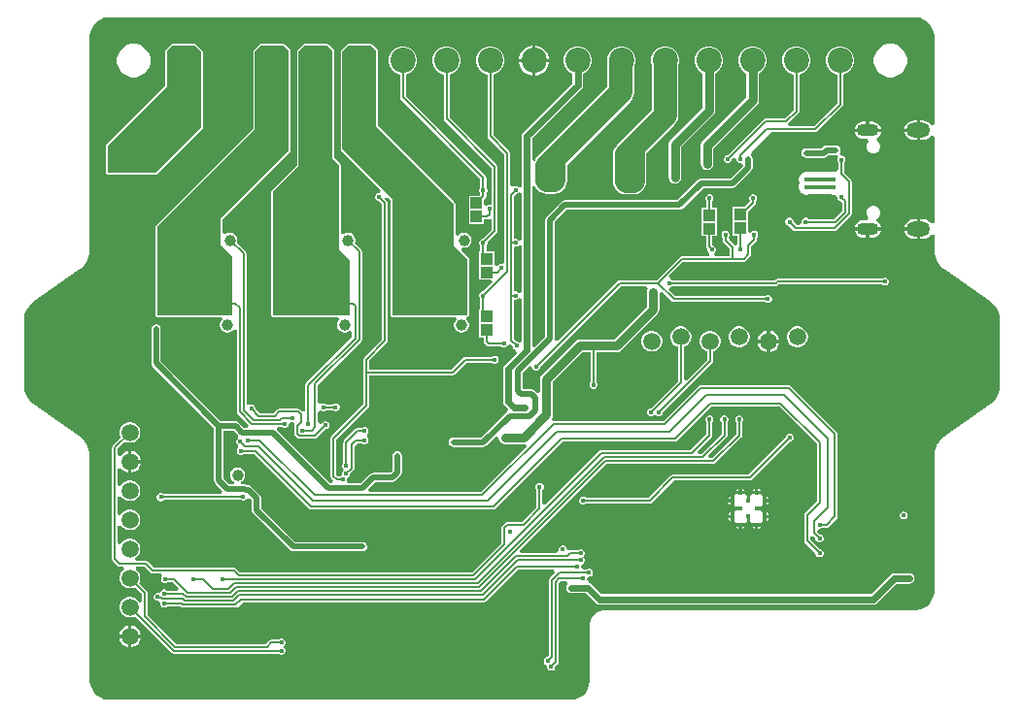
<source format=gbl>
G04*
G04 #@! TF.GenerationSoftware,Altium Limited,Altium Designer,24.0.1 (36)*
G04*
G04 Layer_Physical_Order=4*
G04 Layer_Color=16711680*
%FSLAX44Y44*%
%MOMM*%
G71*
G04*
G04 #@! TF.SameCoordinates,124752F4-CBEC-4B7B-B6B5-C58268B34DF0*
G04*
G04*
G04 #@! TF.FilePolarity,Positive*
G04*
G01*
G75*
%ADD10C,0.2000*%
%ADD93C,1.0000*%
%ADD113C,0.5000*%
%ADD114C,0.8000*%
%ADD115C,0.6000*%
%ADD117C,0.3145*%
%ADD119C,2.0000*%
%ADD120C,2.2000*%
%ADD121C,1.5000*%
%ADD122C,5.5000*%
%ADD123O,2.1000X1.3000*%
%ADD124O,1.9000X1.1000*%
%ADD125C,0.4000*%
%ADD126C,0.5000*%
%ADD127R,1.0000X1.0000*%
G36*
X350000Y37961D02*
X351769Y37961D01*
X355239Y37271D01*
X358508Y35917D01*
X361449Y33951D01*
X363951Y31449D01*
X365917Y28508D01*
X367271Y25239D01*
X367961Y21769D01*
X367961Y20000D01*
Y-55582D01*
X366732Y-56149D01*
X365461Y-56268D01*
X364363Y-54837D01*
X362587Y-53475D01*
X360519Y-52618D01*
X358301Y-52326D01*
X355801D01*
Y-60900D01*
Y-69473D01*
X358301D01*
X360519Y-69181D01*
X362587Y-68324D01*
X364363Y-66962D01*
X365461Y-65531D01*
X366732Y-65651D01*
X367961Y-66217D01*
X367961Y-141583D01*
X366733Y-142149D01*
X365461Y-142269D01*
X364363Y-140838D01*
X362587Y-139475D01*
X360519Y-138619D01*
X358301Y-138327D01*
X355801D01*
Y-146900D01*
Y-155474D01*
X358301D01*
X360519Y-155182D01*
X362587Y-154325D01*
X364363Y-152963D01*
X365461Y-151531D01*
X366733Y-151651D01*
X367961Y-152218D01*
Y-164602D01*
X367967Y-164632D01*
X367962Y-164663D01*
X367998Y-165861D01*
X368018Y-165951D01*
X368012Y-166044D01*
X368298Y-168422D01*
X368336Y-168539D01*
X368342Y-168662D01*
X368910Y-170990D01*
X368963Y-171101D01*
X368983Y-171223D01*
X369826Y-173466D01*
X369891Y-173570D01*
X369925Y-173689D01*
X371030Y-175814D01*
X371107Y-175911D01*
X371156Y-176024D01*
X372507Y-178002D01*
X372595Y-178089D01*
X372657Y-178195D01*
X374235Y-179998D01*
X374333Y-180073D01*
X374407Y-180172D01*
X376189Y-181772D01*
X376269Y-181820D01*
X376331Y-181889D01*
X377291Y-182606D01*
X377319Y-182620D01*
X377340Y-182642D01*
X417317Y-210696D01*
X418199Y-211315D01*
X419803Y-212756D01*
X421223Y-214377D01*
X422439Y-216157D01*
X423433Y-218069D01*
X424191Y-220087D01*
X424703Y-222180D01*
X424961Y-224321D01*
X424961Y-225398D01*
X424961Y-284602D01*
X424961Y-285680D01*
X424703Y-287820D01*
X424192Y-289913D01*
X423433Y-291931D01*
X422439Y-293843D01*
X421223Y-295623D01*
X419803Y-297245D01*
X418199Y-298685D01*
X417317Y-299304D01*
X417317Y-299304D01*
X377340Y-327358D01*
X377319Y-327380D01*
X377291Y-327394D01*
X376331Y-328111D01*
X376269Y-328180D01*
X376189Y-328228D01*
X374407Y-329828D01*
X374333Y-329927D01*
X374235Y-330002D01*
X372657Y-331805D01*
X372595Y-331911D01*
X372507Y-331998D01*
X371156Y-333976D01*
X371107Y-334089D01*
X371030Y-334186D01*
X369925Y-336311D01*
X369891Y-336430D01*
X369826Y-336534D01*
X368983Y-338777D01*
X368963Y-338899D01*
X368910Y-339010D01*
X368342Y-341338D01*
X368336Y-341461D01*
X368298Y-341578D01*
X368012Y-343956D01*
X368018Y-344049D01*
X367998Y-344139D01*
X367962Y-345337D01*
X367967Y-345368D01*
X367961Y-345398D01*
X367961Y-462000D01*
X367961Y-463769D01*
X367271Y-467239D01*
X365917Y-470508D01*
X363951Y-473449D01*
X361449Y-475951D01*
X358508Y-477917D01*
X355239Y-479271D01*
X351769Y-479961D01*
X80183D01*
X80133Y-479971D01*
X80083Y-479963D01*
X79085Y-480013D01*
X78938Y-480049D01*
X78787D01*
X76829Y-480439D01*
X76644Y-480516D01*
X76447Y-480555D01*
X74603Y-481319D01*
X74436Y-481430D01*
X74250Y-481507D01*
X72590Y-482616D01*
X72448Y-482758D01*
X72281Y-482870D01*
X70870Y-484281D01*
X70758Y-484448D01*
X70616Y-484590D01*
X69507Y-486250D01*
X69430Y-486436D01*
X69319Y-486603D01*
X68555Y-488447D01*
X68516Y-488644D01*
X68439Y-488829D01*
X68049Y-490787D01*
Y-490938D01*
X68012Y-491085D01*
X67963Y-492083D01*
X67971Y-492133D01*
X67961Y-492183D01*
X67961Y-540000D01*
Y-541769D01*
X67271Y-545239D01*
X65917Y-548508D01*
X63951Y-551449D01*
X61449Y-553951D01*
X58508Y-555917D01*
X55239Y-557271D01*
X51769Y-557961D01*
X50000Y-557961D01*
X-350000Y-557961D01*
X-351769Y-557961D01*
X-355239Y-557271D01*
X-358508Y-555917D01*
X-361449Y-553951D01*
X-363951Y-551450D01*
X-365917Y-548508D01*
X-367271Y-545239D01*
X-367961Y-541769D01*
Y-540000D01*
Y-345398D01*
X-367967Y-345368D01*
X-367962Y-345337D01*
X-367998Y-344139D01*
X-368019Y-344049D01*
X-368012Y-343956D01*
X-368298Y-341578D01*
X-368336Y-341461D01*
X-368342Y-341338D01*
X-368910Y-339010D01*
X-368963Y-338899D01*
X-368983Y-338777D01*
X-369826Y-336534D01*
X-369891Y-336430D01*
X-369925Y-336311D01*
X-371030Y-334185D01*
X-371107Y-334089D01*
X-371156Y-333976D01*
X-372507Y-331998D01*
X-372595Y-331911D01*
X-372657Y-331805D01*
X-374235Y-330002D01*
X-374333Y-329927D01*
X-374407Y-329828D01*
X-376189Y-328228D01*
X-376269Y-328180D01*
X-376331Y-328111D01*
X-377291Y-327394D01*
X-377319Y-327380D01*
X-377340Y-327358D01*
X-417317Y-299304D01*
X-418199Y-298685D01*
X-419803Y-297245D01*
X-421223Y-295623D01*
X-422439Y-293843D01*
X-423433Y-291931D01*
X-424192Y-289913D01*
X-424703Y-287820D01*
X-424961Y-285680D01*
Y-284602D01*
Y-225398D01*
Y-224320D01*
X-424703Y-222181D01*
X-424192Y-220087D01*
X-423433Y-218069D01*
X-422439Y-216157D01*
X-421223Y-214377D01*
X-419803Y-212755D01*
X-418199Y-211315D01*
X-417317Y-210696D01*
X-377340Y-182642D01*
X-377319Y-182620D01*
X-377291Y-182606D01*
X-376331Y-181889D01*
X-376269Y-181820D01*
X-376189Y-181772D01*
X-374407Y-180172D01*
X-374333Y-180073D01*
X-374235Y-179998D01*
X-372657Y-178195D01*
X-372595Y-178089D01*
X-372507Y-178002D01*
X-371156Y-176024D01*
X-371107Y-175911D01*
X-371030Y-175814D01*
X-369925Y-173689D01*
X-369891Y-173570D01*
X-369826Y-173466D01*
X-368983Y-171223D01*
X-368963Y-171101D01*
X-368910Y-170990D01*
X-368342Y-168662D01*
X-368336Y-168539D01*
X-368298Y-168422D01*
X-368012Y-166044D01*
X-368019Y-165951D01*
X-367998Y-165861D01*
X-367962Y-164663D01*
X-367967Y-164632D01*
X-367961Y-164602D01*
Y20000D01*
X-367961Y21769D01*
X-367271Y25239D01*
X-365917Y28508D01*
X-363951Y31449D01*
X-361450Y33951D01*
X-358508Y35917D01*
X-355239Y37271D01*
X-351769Y37961D01*
X-350000Y37961D01*
X350000Y37961D01*
D02*
G37*
%LPC*%
G36*
X20761Y13000D02*
X20550D01*
Y1500D01*
X32050D01*
Y1711D01*
X31164Y5018D01*
X29453Y7982D01*
X27032Y10403D01*
X24068Y12114D01*
X20761Y13000D01*
D02*
G37*
G36*
X17550D02*
X17339D01*
X14032Y12114D01*
X11068Y10403D01*
X8648Y7982D01*
X6936Y5018D01*
X6050Y1711D01*
Y1500D01*
X17550D01*
Y13000D01*
D02*
G37*
G36*
X32050Y-1500D02*
X20550D01*
Y-13000D01*
X20761D01*
X24068Y-12114D01*
X27032Y-10403D01*
X29453Y-7982D01*
X31164Y-5018D01*
X32050Y-1711D01*
Y-1500D01*
D02*
G37*
G36*
X17550D02*
X6050D01*
Y-1711D01*
X6936Y-5018D01*
X8648Y-7982D01*
X11068Y-10403D01*
X14032Y-12114D01*
X17339Y-13000D01*
X17550D01*
Y-1500D01*
D02*
G37*
G36*
X331659Y14500D02*
X327841D01*
X324153Y13512D01*
X320847Y11603D01*
X318147Y8903D01*
X316238Y5597D01*
X315250Y1909D01*
Y-1909D01*
X316238Y-5597D01*
X318147Y-8903D01*
X320847Y-11603D01*
X324153Y-13512D01*
X327841Y-14500D01*
X331659D01*
X335347Y-13512D01*
X338653Y-11603D01*
X341353Y-8903D01*
X343262Y-5597D01*
X344250Y-1909D01*
Y1909D01*
X343262Y5597D01*
X341353Y8903D01*
X338653Y11603D01*
X335347Y13512D01*
X331659Y14500D01*
D02*
G37*
G36*
X-327841D02*
X-331659D01*
X-335347Y13512D01*
X-338653Y11603D01*
X-341353Y8903D01*
X-343262Y5597D01*
X-344250Y1909D01*
Y-1909D01*
X-343262Y-5597D01*
X-341353Y-8903D01*
X-338653Y-11603D01*
X-335347Y-13512D01*
X-331659Y-14500D01*
X-327841D01*
X-324153Y-13512D01*
X-320847Y-11603D01*
X-318147Y-8903D01*
X-316238Y-5597D01*
X-315250Y-1909D01*
Y1909D01*
X-316238Y5597D01*
X-318147Y8903D01*
X-320847Y11603D01*
X-324153Y13512D01*
X-327841Y14500D01*
D02*
G37*
G36*
X314000Y-53335D02*
X311500D01*
Y-59399D01*
X321367D01*
X321307Y-58942D01*
X320551Y-57117D01*
X319349Y-55550D01*
X317782Y-54348D01*
X315958Y-53593D01*
X314000Y-53335D01*
D02*
G37*
G36*
X308500D02*
X306000D01*
X304042Y-53593D01*
X302217Y-54348D01*
X300651Y-55550D01*
X299448Y-57117D01*
X298693Y-58942D01*
X298632Y-59399D01*
X308500D01*
Y-53335D01*
D02*
G37*
G36*
X352800Y-52326D02*
X350300D01*
X348082Y-52618D01*
X346014Y-53475D01*
X344238Y-54837D01*
X342876Y-56613D01*
X342019Y-58681D01*
X341925Y-59399D01*
X352800D01*
Y-52326D01*
D02*
G37*
G36*
Y-62400D02*
X341925D01*
X342019Y-63119D01*
X342876Y-65186D01*
X344238Y-66962D01*
X346014Y-68324D01*
X348082Y-69181D01*
X350300Y-69473D01*
X352800D01*
Y-62400D01*
D02*
G37*
G36*
X310000Y-60900D02*
D01*
Y-62400D01*
X298632D01*
X298693Y-62857D01*
X299448Y-64682D01*
X300651Y-66249D01*
X302217Y-67451D01*
X304042Y-68207D01*
X306000Y-68464D01*
X309869D01*
X310904Y-70964D01*
X310125Y-71743D01*
X309250Y-73856D01*
Y-76144D01*
X310125Y-78257D01*
X311743Y-79875D01*
X313856Y-80750D01*
X316144D01*
X318257Y-79875D01*
X319875Y-78257D01*
X320750Y-76144D01*
Y-73856D01*
X319875Y-71743D01*
X318257Y-70125D01*
X318057Y-70043D01*
X317862Y-68208D01*
X317975Y-67303D01*
X319349Y-66249D01*
X320551Y-64682D01*
X321307Y-62857D01*
X321367Y-62400D01*
X310000D01*
Y-60900D01*
D02*
G37*
G36*
X211196Y12500D02*
X207904D01*
X204725Y11648D01*
X201875Y10002D01*
X199548Y7675D01*
X197902Y4825D01*
X197050Y1646D01*
Y-1646D01*
X197902Y-4825D01*
X199548Y-7675D01*
X201875Y-10002D01*
X203942Y-11196D01*
Y-32127D01*
X166035Y-70035D01*
X164819Y-71854D01*
X164392Y-74000D01*
Y-90000D01*
X164819Y-92146D01*
X166035Y-93965D01*
X167854Y-95181D01*
X170000Y-95608D01*
X172146Y-95181D01*
X173965Y-93965D01*
X175181Y-92146D01*
X175608Y-90000D01*
Y-76323D01*
X213515Y-38415D01*
X214731Y-36596D01*
X215158Y-34450D01*
Y-11196D01*
X217225Y-10002D01*
X219552Y-7675D01*
X221198Y-4825D01*
X222050Y-1646D01*
Y1646D01*
X221198Y4825D01*
X219552Y7675D01*
X217225Y10002D01*
X214375Y11648D01*
X211196Y12500D01*
D02*
G37*
G36*
X274000Y-74172D02*
X272439Y-74482D01*
X271116Y-75366D01*
X269811Y-76672D01*
X256250D01*
X254689Y-76982D01*
X253366Y-77866D01*
X252482Y-79189D01*
X252172Y-80750D01*
X252482Y-82311D01*
X253366Y-83634D01*
X254689Y-84518D01*
X256250Y-84828D01*
X271500D01*
X271500Y-84828D01*
X273061Y-84518D01*
X274384Y-83634D01*
X275689Y-82328D01*
X282000D01*
X282857Y-82158D01*
X284145Y-84405D01*
X284033Y-84517D01*
X283500Y-85804D01*
Y-87196D01*
X284033Y-88483D01*
X284451Y-88901D01*
Y-95524D01*
X281951Y-97142D01*
X281422Y-97000D01*
X279578D01*
X278195Y-97371D01*
X259055D01*
X257672Y-97000D01*
X255828D01*
X254048Y-97477D01*
X252452Y-98399D01*
X251149Y-99702D01*
X250227Y-101298D01*
X249750Y-103078D01*
Y-104922D01*
X250227Y-106702D01*
X250471Y-107125D01*
X250227Y-107548D01*
X249750Y-109328D01*
Y-111172D01*
X250227Y-112952D01*
X251149Y-114548D01*
X252452Y-115851D01*
X254048Y-116773D01*
X255828Y-117250D01*
X257672D01*
X259055Y-116879D01*
X278195D01*
X279578Y-117250D01*
X281422D01*
X281829Y-117506D01*
X283500Y-119281D01*
Y-119946D01*
X284033Y-121233D01*
X285017Y-122217D01*
X286304Y-122750D01*
X286354D01*
X287451Y-123847D01*
Y-131194D01*
X280444Y-138201D01*
X258401D01*
X257983Y-137783D01*
X256696Y-137250D01*
X255304D01*
X254017Y-137783D01*
X253033Y-138767D01*
X252500Y-140054D01*
Y-141446D01*
X252502Y-141451D01*
X250985Y-143951D01*
X248556D01*
X245250Y-140645D01*
Y-140054D01*
X244717Y-138767D01*
X243733Y-137783D01*
X242446Y-137250D01*
X241054D01*
X239767Y-137783D01*
X238783Y-138767D01*
X238250Y-140054D01*
Y-141446D01*
X238783Y-142733D01*
X239767Y-143717D01*
X241054Y-144250D01*
X241645D01*
X245698Y-148302D01*
X246525Y-148855D01*
X247500Y-149049D01*
X280700D01*
X281675Y-148855D01*
X282502Y-148302D01*
X295302Y-135502D01*
X295855Y-134675D01*
X296049Y-133700D01*
Y-105500D01*
X295855Y-104525D01*
X295302Y-103698D01*
X289549Y-97944D01*
Y-88901D01*
X289967Y-88483D01*
X290500Y-87196D01*
Y-85804D01*
X289967Y-84517D01*
X288983Y-83533D01*
X287696Y-83000D01*
X286415D01*
X285770Y-82214D01*
X285116Y-80786D01*
X285768Y-79811D01*
X286078Y-78250D01*
X285768Y-76689D01*
X284884Y-75366D01*
X283561Y-74482D01*
X282000Y-74172D01*
X274000D01*
X274000Y-74172D01*
D02*
G37*
G36*
X-276000Y14624D02*
X-296000D01*
X-297148Y14148D01*
X-302148Y9148D01*
X-302624Y8000D01*
Y-22327D01*
X-353148Y-72852D01*
X-353624Y-74000D01*
Y-98000D01*
X-353148Y-99148D01*
X-352000Y-99624D01*
X-310886D01*
X-310320Y-99389D01*
X-309751Y-99161D01*
X-269865Y-60161D01*
X-269861Y-60152D01*
X-269852Y-60148D01*
X-269617Y-59581D01*
X-269377Y-59018D01*
X-269380Y-59009D01*
X-269376Y-59000D01*
Y8000D01*
X-269852Y9148D01*
X-274852Y14148D01*
X-276000Y14624D01*
D02*
G37*
G36*
X173096Y12500D02*
X169804D01*
X166625Y11648D01*
X163775Y10002D01*
X161448Y7675D01*
X159802Y4825D01*
X158950Y1646D01*
Y-1646D01*
X159802Y-4825D01*
X161448Y-7675D01*
X163775Y-10002D01*
X165842Y-11196D01*
Y-41227D01*
X138035Y-69035D01*
X136819Y-70854D01*
X136392Y-73000D01*
Y-90000D01*
Y-102000D01*
X136819Y-104146D01*
X138035Y-105965D01*
X139854Y-107181D01*
X142000Y-107608D01*
X144146Y-107181D01*
X145965Y-105965D01*
X147181Y-104146D01*
X147608Y-102000D01*
Y-90000D01*
Y-75323D01*
X175415Y-47515D01*
X176631Y-45696D01*
X177058Y-43550D01*
Y-11196D01*
X179125Y-10002D01*
X181453Y-7675D01*
X183098Y-4825D01*
X183950Y-1646D01*
Y1646D01*
X183098Y4825D01*
X181453Y7675D01*
X179125Y10002D01*
X176275Y11648D01*
X173096Y12500D01*
D02*
G37*
G36*
X134996D02*
X131704D01*
X128525Y11648D01*
X125675Y10002D01*
X123348Y7675D01*
X121702Y4825D01*
X120850Y1646D01*
Y-1646D01*
X121702Y-4825D01*
X121751Y-4910D01*
Y-43345D01*
X97298Y-67798D01*
X97298Y-67798D01*
X91298Y-73798D01*
X89455Y-76200D01*
X88296Y-78998D01*
X87901Y-82000D01*
X87901Y-82000D01*
Y-99250D01*
Y-105250D01*
X88296Y-108252D01*
X89455Y-111050D01*
X91298Y-113452D01*
X93700Y-115295D01*
X96498Y-116454D01*
X99500Y-116849D01*
X105500D01*
X108502Y-116454D01*
X111300Y-115295D01*
X113702Y-113452D01*
X115545Y-111050D01*
X116704Y-108252D01*
X117099Y-105250D01*
Y-99250D01*
Y-80805D01*
X141552Y-56352D01*
X141552Y-56352D01*
X143395Y-53950D01*
X144554Y-51152D01*
X144949Y-48150D01*
X144949Y-48150D01*
Y-4910D01*
X144998Y-4825D01*
X145850Y-1646D01*
Y1646D01*
X144998Y4825D01*
X143352Y7675D01*
X141025Y10002D01*
X138175Y11648D01*
X134996Y12500D01*
D02*
G37*
G36*
X316144Y-127050D02*
X313856D01*
X311743Y-127925D01*
X310125Y-129543D01*
X309250Y-131656D01*
Y-133944D01*
X310125Y-136057D01*
X310904Y-136836D01*
X309869Y-139336D01*
X306000D01*
X304042Y-139593D01*
X302217Y-140349D01*
X300651Y-141551D01*
X299448Y-143118D01*
X298693Y-144942D01*
X298632Y-145400D01*
X310000D01*
X321367D01*
X321307Y-144942D01*
X320551Y-143118D01*
X319349Y-141551D01*
X317975Y-140497D01*
X317862Y-139592D01*
X318057Y-137757D01*
X318257Y-137674D01*
X319875Y-136057D01*
X320750Y-133944D01*
Y-131656D01*
X319875Y-129543D01*
X318257Y-127925D01*
X316144Y-127050D01*
D02*
G37*
G36*
X352801Y-138327D02*
X350300D01*
X348082Y-138619D01*
X346014Y-139475D01*
X344238Y-140838D01*
X342876Y-142614D01*
X342019Y-144681D01*
X341925Y-145400D01*
X352801D01*
Y-138327D01*
D02*
G37*
G36*
X321367Y-148400D02*
X311500D01*
Y-154465D01*
X314000D01*
X315958Y-154207D01*
X317782Y-153451D01*
X319349Y-152249D01*
X320551Y-150683D01*
X321307Y-148858D01*
X321367Y-148400D01*
D02*
G37*
G36*
X308500D02*
X298632D01*
X298693Y-148858D01*
X299448Y-150683D01*
X300651Y-152249D01*
X302217Y-153451D01*
X304042Y-154207D01*
X306000Y-154465D01*
X308500D01*
Y-148400D01*
D02*
G37*
G36*
X352801Y-148400D02*
X341925D01*
X342019Y-149119D01*
X342876Y-151187D01*
X344238Y-152963D01*
X346014Y-154325D01*
X348082Y-155182D01*
X350300Y-155474D01*
X352801D01*
Y-148400D01*
D02*
G37*
G36*
X224900Y-235567D02*
Y-243500D01*
X232833D01*
X232253Y-241333D01*
X231002Y-239167D01*
X229233Y-237398D01*
X227067Y-236147D01*
X224900Y-235567D01*
D02*
G37*
G36*
X221900D02*
X219733Y-236147D01*
X217567Y-237398D01*
X215798Y-239167D01*
X214548Y-241333D01*
X213967Y-243500D01*
X221900D01*
Y-235567D01*
D02*
G37*
G36*
X249985Y-232000D02*
X247615D01*
X245326Y-232613D01*
X243274Y-233798D01*
X241598Y-235474D01*
X240413Y-237526D01*
X239800Y-239815D01*
Y-242185D01*
X240413Y-244474D01*
X241598Y-246526D01*
X243274Y-248202D01*
X245326Y-249387D01*
X247615Y-250000D01*
X249985D01*
X252274Y-249387D01*
X254326Y-248202D01*
X256002Y-246526D01*
X257187Y-244474D01*
X257800Y-242185D01*
Y-239815D01*
X257187Y-237526D01*
X256002Y-235474D01*
X254326Y-233798D01*
X252274Y-232613D01*
X249985Y-232000D01*
D02*
G37*
G36*
X199185D02*
X196815D01*
X194526Y-232613D01*
X192474Y-233798D01*
X190798Y-235474D01*
X189613Y-237526D01*
X189000Y-239815D01*
Y-242185D01*
X189613Y-244474D01*
X190798Y-246526D01*
X192474Y-248202D01*
X194526Y-249387D01*
X196815Y-250000D01*
X199185D01*
X201474Y-249387D01*
X203526Y-248202D01*
X205202Y-246526D01*
X206387Y-244474D01*
X207000Y-242185D01*
Y-239815D01*
X206387Y-237526D01*
X205202Y-235474D01*
X203526Y-233798D01*
X201474Y-232613D01*
X199185Y-232000D01*
D02*
G37*
G36*
X122985Y-236000D02*
X120615D01*
X118326Y-236613D01*
X116274Y-237798D01*
X114598Y-239474D01*
X113413Y-241526D01*
X112800Y-243815D01*
Y-246185D01*
X113413Y-248474D01*
X114598Y-250526D01*
X116274Y-252202D01*
X118326Y-253387D01*
X120615Y-254000D01*
X122985D01*
X125274Y-253387D01*
X127326Y-252202D01*
X129002Y-250526D01*
X130187Y-248474D01*
X130800Y-246185D01*
Y-243815D01*
X130187Y-241526D01*
X129002Y-239474D01*
X127326Y-237798D01*
X125274Y-236613D01*
X122985Y-236000D01*
D02*
G37*
G36*
X232833Y-246500D02*
X224900D01*
Y-254433D01*
X227067Y-253853D01*
X229233Y-252602D01*
X231002Y-250833D01*
X232253Y-248667D01*
X232833Y-246500D01*
D02*
G37*
G36*
X221900D02*
X213967D01*
X214548Y-248667D01*
X215798Y-250833D01*
X217567Y-252602D01*
X219733Y-253853D01*
X221900Y-254433D01*
Y-246500D01*
D02*
G37*
G36*
X-122800Y14624D02*
X-142800D01*
X-143948Y14148D01*
X-148948Y9148D01*
X-149424Y8000D01*
Y-77200D01*
X-148948Y-78348D01*
X-113935Y-113361D01*
X-115251Y-115418D01*
X-115332Y-115500D01*
X-116696D01*
X-117983Y-116033D01*
X-118967Y-117017D01*
X-119500Y-118304D01*
Y-119696D01*
X-118967Y-120983D01*
X-117983Y-121967D01*
X-116696Y-122500D01*
X-116105D01*
X-113299Y-125306D01*
Y-243444D01*
X-129052Y-259198D01*
X-129605Y-260025D01*
X-129799Y-261000D01*
Y-272000D01*
Y-300194D01*
X-157302Y-327698D01*
X-157855Y-328525D01*
X-158049Y-329500D01*
Y-362750D01*
X-157855Y-363726D01*
X-157302Y-364552D01*
X-155709Y-366146D01*
X-156568Y-368598D01*
X-158399Y-368833D01*
X-205183Y-322049D01*
X-204771Y-320365D01*
X-204219Y-319549D01*
X-200401D01*
X-199983Y-319967D01*
X-198696Y-320500D01*
X-197304D01*
X-196017Y-319967D01*
X-195033Y-318983D01*
X-194500Y-317696D01*
Y-316966D01*
X-192990Y-315589D01*
X-192238Y-315233D01*
X-192196Y-315250D01*
X-190849D01*
X-189937Y-316112D01*
X-189314Y-317339D01*
X-189605Y-317775D01*
X-189799Y-318750D01*
Y-325500D01*
X-189605Y-326475D01*
X-189052Y-327302D01*
X-187052Y-329302D01*
X-186225Y-329855D01*
X-185250Y-330049D01*
X-171750D01*
X-170774Y-329855D01*
X-169948Y-329302D01*
X-162395Y-321750D01*
X-161804D01*
X-160517Y-321217D01*
X-159533Y-320233D01*
X-159000Y-318946D01*
Y-317554D01*
X-159533Y-316267D01*
X-160517Y-315283D01*
X-161804Y-314750D01*
X-163196D01*
X-164483Y-315283D01*
X-165467Y-316267D01*
X-165481Y-316300D01*
X-166451Y-316824D01*
X-168951Y-315332D01*
Y-306784D01*
X-166483Y-305717D01*
X-165196Y-306250D01*
X-163804D01*
X-162517Y-305717D01*
X-161974Y-305174D01*
X-156026D01*
X-155733Y-305467D01*
X-154446Y-306000D01*
X-153054D01*
X-151767Y-305467D01*
X-150783Y-304483D01*
X-150250Y-303196D01*
Y-301804D01*
X-150783Y-300517D01*
X-151767Y-299533D01*
X-153054Y-299000D01*
X-154446D01*
X-155733Y-299533D01*
X-156276Y-300076D01*
X-162224D01*
X-162517Y-299783D01*
X-163804Y-299250D01*
X-165196D01*
X-166483Y-299783D01*
X-168951Y-298716D01*
Y-283006D01*
X-131448Y-245502D01*
X-130895Y-244675D01*
X-130701Y-243700D01*
Y-166750D01*
X-130895Y-165774D01*
X-131448Y-164948D01*
X-137181Y-159214D01*
X-136750Y-157606D01*
Y-155894D01*
X-137193Y-154241D01*
X-138049Y-152759D01*
X-139259Y-151549D01*
X-140741Y-150693D01*
X-142394Y-150250D01*
X-144106D01*
X-145759Y-150693D01*
X-146876Y-151338D01*
X-148217Y-150909D01*
X-149376Y-150148D01*
Y-91000D01*
X-149852Y-89852D01*
X-155276Y-84427D01*
Y9000D01*
X-155752Y10148D01*
X-159752Y14148D01*
X-160900Y14624D01*
X-180900D01*
X-182048Y14148D01*
X-187048Y9148D01*
X-187524Y8000D01*
Y-91228D01*
X-209148Y-112852D01*
X-209624Y-114000D01*
Y-222000D01*
X-209148Y-223148D01*
X-208000Y-223624D01*
X-151224D01*
X-150560Y-224794D01*
X-150316Y-226124D01*
X-151201Y-227009D01*
X-152057Y-228491D01*
X-152500Y-230144D01*
Y-231856D01*
X-152057Y-233509D01*
X-151201Y-234991D01*
X-149991Y-236201D01*
X-148509Y-237057D01*
X-146856Y-237500D01*
X-145144D01*
X-143491Y-237057D01*
X-142009Y-236201D01*
X-141799Y-235991D01*
X-139299Y-237027D01*
Y-241194D01*
X-179302Y-281198D01*
X-179855Y-282024D01*
X-180049Y-283000D01*
Y-305663D01*
X-181142Y-306317D01*
X-182549Y-306596D01*
X-184448Y-304698D01*
X-185275Y-304145D01*
X-186250Y-303951D01*
X-203450D01*
X-204425Y-304145D01*
X-205252Y-304698D01*
X-208006Y-307451D01*
X-219694D01*
X-223750Y-303395D01*
Y-302804D01*
X-224283Y-301517D01*
X-225267Y-300533D01*
X-226554Y-300000D01*
X-227946D01*
X-228951Y-300416D01*
X-230234Y-299938D01*
X-231451Y-299216D01*
Y-168500D01*
X-231645Y-167525D01*
X-232198Y-166698D01*
X-239681Y-159214D01*
X-239250Y-157606D01*
Y-155894D01*
X-239693Y-154241D01*
X-240549Y-152759D01*
X-241759Y-151549D01*
X-243241Y-150693D01*
X-244894Y-150250D01*
X-246606D01*
X-248259Y-150693D01*
X-249741Y-151549D01*
X-249876Y-151684D01*
X-252376Y-150648D01*
Y-138673D01*
X-193852Y-80148D01*
X-193376Y-79000D01*
Y9000D01*
X-193852Y10148D01*
X-197852Y14148D01*
X-199000Y14624D01*
X-219000D01*
X-220148Y14148D01*
X-225148Y9148D01*
X-225624Y8000D01*
Y-59328D01*
X-310148Y-143852D01*
X-310624Y-145000D01*
Y-222000D01*
X-310148Y-223148D01*
X-309000Y-223624D01*
X-253410D01*
X-252938Y-224366D01*
X-252516Y-226124D01*
X-253301Y-226909D01*
X-254157Y-228391D01*
X-254600Y-230044D01*
Y-231756D01*
X-254157Y-233409D01*
X-253301Y-234891D01*
X-252091Y-236101D01*
X-250609Y-236957D01*
X-248956Y-237400D01*
X-247244D01*
X-245591Y-236957D01*
X-244109Y-236101D01*
X-242899Y-234891D01*
X-242549Y-234285D01*
X-240049Y-234955D01*
Y-306500D01*
X-239855Y-307475D01*
X-239302Y-308302D01*
X-229683Y-317922D01*
X-230719Y-320422D01*
X-233311D01*
X-237741Y-315991D01*
X-239064Y-315107D01*
X-240625Y-314797D01*
X-240625Y-314797D01*
X-253811D01*
X-306172Y-262436D01*
Y-240000D01*
Y-234250D01*
X-306250Y-233856D01*
Y-233454D01*
X-306404Y-233083D01*
X-306482Y-232689D01*
X-306705Y-232355D01*
X-306859Y-231984D01*
X-307143Y-231700D01*
X-307366Y-231366D01*
X-307700Y-231143D01*
X-307984Y-230859D01*
X-308355Y-230705D01*
X-308689Y-230482D01*
X-309083Y-230404D01*
X-309454Y-230250D01*
X-309856D01*
X-310250Y-230172D01*
X-310644Y-230250D01*
X-311046D01*
X-311417Y-230404D01*
X-311811Y-230482D01*
X-312145Y-230705D01*
X-312516Y-230859D01*
X-312800Y-231143D01*
X-313134Y-231366D01*
X-313357Y-231700D01*
X-313641Y-231984D01*
X-313795Y-232355D01*
X-314018Y-232689D01*
X-314096Y-233083D01*
X-314250Y-233454D01*
Y-233856D01*
X-314328Y-234250D01*
Y-240000D01*
Y-264125D01*
X-314328Y-264125D01*
X-314018Y-265686D01*
X-313134Y-267009D01*
X-259578Y-320564D01*
Y-366500D01*
X-259578Y-366500D01*
X-259268Y-368061D01*
X-258384Y-369384D01*
X-252067Y-375701D01*
X-253102Y-378201D01*
X-303849D01*
X-304017Y-378033D01*
X-305304Y-377500D01*
X-306696D01*
X-307983Y-378033D01*
X-308967Y-379017D01*
X-309500Y-380304D01*
Y-381696D01*
X-308967Y-382983D01*
X-307983Y-383967D01*
X-306696Y-384500D01*
X-305304D01*
X-304017Y-383967D01*
X-303349Y-383299D01*
X-236401D01*
X-236233Y-383467D01*
X-234946Y-384000D01*
X-233554D01*
X-232267Y-383467D01*
X-231283Y-382483D01*
X-231221Y-382332D01*
X-228689Y-381645D01*
X-226828Y-383229D01*
Y-392250D01*
X-226828Y-392250D01*
X-226518Y-393811D01*
X-225634Y-395134D01*
X-193634Y-427134D01*
X-192311Y-428018D01*
X-190750Y-428328D01*
X-190750Y-428328D01*
X-130250D01*
X-129856Y-428250D01*
X-129454D01*
X-129083Y-428096D01*
X-128689Y-428018D01*
X-128355Y-427795D01*
X-127984Y-427641D01*
X-127700Y-427357D01*
X-127366Y-427134D01*
X-127143Y-426800D01*
X-126859Y-426516D01*
X-126705Y-426145D01*
X-126482Y-425811D01*
X-126404Y-425417D01*
X-126250Y-425046D01*
Y-424644D01*
X-126172Y-424250D01*
X-126250Y-423856D01*
Y-423454D01*
X-126404Y-423083D01*
X-126482Y-422689D01*
X-126705Y-422355D01*
X-126859Y-421984D01*
X-127143Y-421700D01*
X-127366Y-421366D01*
X-127700Y-421143D01*
X-127984Y-420859D01*
X-128355Y-420705D01*
X-128689Y-420482D01*
X-129083Y-420404D01*
X-129454Y-420250D01*
X-129856D01*
X-130250Y-420172D01*
X-189061D01*
X-218672Y-390561D01*
Y-381500D01*
X-218982Y-379939D01*
X-219866Y-378616D01*
X-219866Y-378616D01*
X-226616Y-371866D01*
X-227939Y-370982D01*
X-229500Y-370672D01*
X-229500Y-370672D01*
X-230531D01*
X-231189Y-370232D01*
X-232750Y-369922D01*
X-232750Y-369922D01*
X-235741D01*
X-235993Y-369277D01*
X-236165Y-367422D01*
X-235134Y-366826D01*
X-233924Y-365616D01*
X-233068Y-364134D01*
X-232625Y-362481D01*
Y-360769D01*
X-233068Y-359116D01*
X-233924Y-357634D01*
X-235134Y-356424D01*
X-236616Y-355568D01*
X-238269Y-355125D01*
X-239981D01*
X-241634Y-355568D01*
X-243116Y-356424D01*
X-244326Y-357634D01*
X-245182Y-359116D01*
X-245625Y-360769D01*
Y-362481D01*
X-245182Y-364134D01*
X-244326Y-365616D01*
X-243116Y-366826D01*
X-242085Y-367422D01*
X-242257Y-369277D01*
X-242509Y-369922D01*
X-246311D01*
X-251422Y-364811D01*
Y-322953D01*
X-242314D01*
X-238526Y-326741D01*
X-238712Y-329267D01*
X-238907Y-329707D01*
X-239717Y-330517D01*
X-240250Y-331804D01*
Y-333196D01*
X-239717Y-334483D01*
X-239112Y-335088D01*
X-238815Y-336241D01*
X-239009Y-338059D01*
X-239467Y-338517D01*
X-240000Y-339804D01*
Y-341196D01*
X-239467Y-342483D01*
X-238483Y-343467D01*
X-237196Y-344000D01*
X-235804D01*
X-234517Y-343467D01*
X-234099Y-343049D01*
X-224556D01*
X-176802Y-390802D01*
X-175975Y-391355D01*
X-175000Y-391549D01*
X-16000D01*
X-15024Y-391355D01*
X-14198Y-390802D01*
X44056Y-332549D01*
X142000D01*
X142976Y-332355D01*
X143802Y-331802D01*
X174056Y-301549D01*
X232944D01*
X265451Y-334056D01*
Y-384944D01*
X255198Y-395198D01*
X254645Y-396025D01*
X254451Y-397000D01*
Y-419000D01*
X254645Y-419976D01*
X255198Y-420802D01*
X264500Y-430105D01*
Y-430696D01*
X265033Y-431983D01*
X266017Y-432967D01*
X267304Y-433500D01*
X268696D01*
X269983Y-432967D01*
X270967Y-431983D01*
X271500Y-430696D01*
Y-429304D01*
X270967Y-428017D01*
X269983Y-427033D01*
X268696Y-426500D01*
X268105D01*
X259604Y-417999D01*
X259845Y-415567D01*
X262049Y-414654D01*
X264500Y-417105D01*
Y-417696D01*
X265033Y-418983D01*
X266017Y-419967D01*
X267304Y-420500D01*
X268696D01*
X269983Y-419967D01*
X270967Y-418983D01*
X271500Y-417696D01*
Y-416304D01*
X270967Y-415017D01*
X269983Y-414033D01*
X268696Y-413500D01*
X268105D01*
X265549Y-410944D01*
Y-410479D01*
X267304Y-408500D01*
X268696D01*
X269983Y-407967D01*
X270401Y-407549D01*
X274000D01*
X274975Y-407355D01*
X275802Y-406802D01*
X282802Y-399802D01*
X283355Y-398975D01*
X283549Y-398000D01*
Y-326000D01*
X283355Y-325024D01*
X282802Y-324198D01*
X242802Y-284198D01*
X241975Y-283645D01*
X241000Y-283451D01*
X164000D01*
X163025Y-283645D01*
X162198Y-284198D01*
X131944Y-314451D01*
X36000D01*
X35856Y-314480D01*
X34436Y-312260D01*
X35181Y-311146D01*
X35608Y-309000D01*
Y-280323D01*
X61323Y-254608D01*
X68451D01*
Y-280599D01*
X68033Y-281017D01*
X67500Y-282304D01*
Y-283696D01*
X68033Y-284983D01*
X69017Y-285967D01*
X70304Y-286500D01*
X71696D01*
X72983Y-285967D01*
X73967Y-284983D01*
X74500Y-283696D01*
Y-282304D01*
X73967Y-281017D01*
X73549Y-280599D01*
Y-254608D01*
X91000D01*
X93146Y-254181D01*
X94965Y-252965D01*
X126965Y-220965D01*
X128181Y-219146D01*
X128608Y-217000D01*
Y-212000D01*
Y-202748D01*
X130522Y-201715D01*
X131034Y-201639D01*
X139198Y-209802D01*
X140025Y-210355D01*
X141000Y-210549D01*
X220599D01*
X221017Y-210967D01*
X222304Y-211500D01*
X223696D01*
X224983Y-210967D01*
X225967Y-209983D01*
X226500Y-208696D01*
Y-207304D01*
X225967Y-206017D01*
X224983Y-205033D01*
X223696Y-204500D01*
X222304D01*
X221017Y-205033D01*
X220599Y-205451D01*
X142056D01*
X136605Y-200000D01*
X137640Y-197500D01*
X137696D01*
X138983Y-196967D01*
X139401Y-196549D01*
X230309D01*
X231284Y-196355D01*
X232111Y-195802D01*
X232365Y-195549D01*
X322599D01*
X323017Y-195967D01*
X324304Y-196500D01*
X325696D01*
X326983Y-195967D01*
X327967Y-194983D01*
X328500Y-193696D01*
Y-192304D01*
X327967Y-191017D01*
X326983Y-190033D01*
X325696Y-189500D01*
X324304D01*
X323017Y-190033D01*
X322599Y-190451D01*
X231309D01*
X230333Y-190645D01*
X229506Y-191198D01*
X229253Y-191451D01*
X139401D01*
X138983Y-191033D01*
X137696Y-190500D01*
X137640D01*
X136605Y-188000D01*
X149056Y-175549D01*
X202000D01*
X202976Y-175355D01*
X203802Y-174802D01*
X207802Y-170802D01*
X208355Y-169975D01*
X208549Y-169000D01*
Y-162056D01*
X212802Y-157802D01*
X213355Y-156975D01*
X213549Y-156000D01*
Y-154401D01*
X213967Y-153983D01*
X214500Y-152696D01*
Y-151304D01*
X213967Y-150017D01*
X212983Y-149033D01*
X211696Y-148500D01*
X210304D01*
X209017Y-149033D01*
X208033Y-150017D01*
X208000Y-150097D01*
X205500Y-149600D01*
Y-140800D01*
Y-132104D01*
X205502Y-132102D01*
X211802Y-125802D01*
X212355Y-124976D01*
X212549Y-124000D01*
Y-122401D01*
X212967Y-121983D01*
X213500Y-120696D01*
Y-119304D01*
X212967Y-118017D01*
X211983Y-117033D01*
X210696Y-116500D01*
X209304D01*
X208017Y-117033D01*
X207033Y-118017D01*
X206500Y-119304D01*
Y-120696D01*
X207033Y-121983D01*
X207451Y-122401D01*
Y-122944D01*
X202595Y-127800D01*
X192500D01*
Y-140800D01*
Y-152500D01*
X196451D01*
Y-160723D01*
X193951Y-161420D01*
X193802Y-161198D01*
X189225Y-156621D01*
X188967Y-153983D01*
X189500Y-152696D01*
Y-151304D01*
X188967Y-150017D01*
X187983Y-149033D01*
X186696Y-148500D01*
X185304D01*
X184017Y-149033D01*
X183033Y-150017D01*
X182500Y-151304D01*
Y-152696D01*
X183033Y-153983D01*
X183451Y-154401D01*
Y-157000D01*
X183645Y-157976D01*
X184198Y-158802D01*
X189451Y-164056D01*
Y-170451D01*
X176519D01*
X176000Y-168046D01*
X175999Y-167951D01*
X176967Y-166983D01*
X177500Y-165696D01*
Y-164304D01*
X176967Y-163017D01*
X175983Y-162033D01*
X174696Y-161500D01*
X174646D01*
X174549Y-161403D01*
Y-153200D01*
X178500D01*
Y-141500D01*
Y-128500D01*
X174549D01*
Y-122401D01*
X174967Y-121983D01*
X175500Y-120696D01*
Y-119304D01*
X174967Y-118017D01*
X173983Y-117033D01*
X172696Y-116500D01*
X171304D01*
X170017Y-117033D01*
X169033Y-118017D01*
X168500Y-119304D01*
Y-120696D01*
X169033Y-121983D01*
X169451Y-122401D01*
Y-128500D01*
X165500D01*
Y-141500D01*
Y-153200D01*
X169451D01*
Y-162459D01*
X169645Y-163434D01*
X170198Y-164261D01*
X170500Y-164564D01*
Y-165696D01*
X171033Y-166983D01*
X172001Y-167951D01*
X172000Y-168046D01*
X171481Y-170451D01*
X148000D01*
X147024Y-170645D01*
X146198Y-171198D01*
X125944Y-191451D01*
X94000D01*
X93025Y-191645D01*
X92198Y-192198D01*
X39703Y-244693D01*
X36971Y-244146D01*
X36859Y-244000D01*
X37078Y-242899D01*
X37078Y-242899D01*
Y-140689D01*
X47689Y-130078D01*
X146000D01*
X146000Y-130078D01*
X147561Y-129768D01*
X148884Y-128884D01*
X166689Y-111078D01*
X192000D01*
X192000Y-111078D01*
X193561Y-110768D01*
X194884Y-109884D01*
X208566Y-96202D01*
X209450Y-94879D01*
X209760Y-93318D01*
X209760Y-93318D01*
Y-85682D01*
X209450Y-84121D01*
X208566Y-82798D01*
X208714Y-79891D01*
X226056Y-62549D01*
X264000D01*
X264975Y-62355D01*
X265802Y-61802D01*
X287552Y-40052D01*
X288105Y-39225D01*
X288299Y-38250D01*
Y-12258D01*
X290575Y-11648D01*
X293425Y-10002D01*
X295753Y-7675D01*
X297398Y-4825D01*
X298250Y-1646D01*
Y1646D01*
X297398Y4825D01*
X295753Y7675D01*
X293425Y10002D01*
X290575Y11648D01*
X287396Y12500D01*
X284104D01*
X280925Y11648D01*
X278075Y10002D01*
X275748Y7675D01*
X274102Y4825D01*
X273250Y1646D01*
Y-1646D01*
X274102Y-4825D01*
X275748Y-7675D01*
X278075Y-10002D01*
X280925Y-11648D01*
X283201Y-12258D01*
Y-37194D01*
X262944Y-57451D01*
X241277D01*
X240580Y-54951D01*
X240802Y-54802D01*
X249452Y-46152D01*
X250005Y-45325D01*
X250199Y-44350D01*
Y-12258D01*
X252475Y-11648D01*
X255325Y-10002D01*
X257652Y-7675D01*
X259298Y-4825D01*
X260150Y-1646D01*
Y1646D01*
X259298Y4825D01*
X257652Y7675D01*
X255325Y10002D01*
X252475Y11648D01*
X249296Y12500D01*
X246004D01*
X242825Y11648D01*
X239975Y10002D01*
X237648Y7675D01*
X236002Y4825D01*
X235150Y1646D01*
Y-1646D01*
X236002Y-4825D01*
X237648Y-7675D01*
X239975Y-10002D01*
X242825Y-11648D01*
X245101Y-12258D01*
Y-43294D01*
X237944Y-50451D01*
X221000D01*
X220025Y-50645D01*
X219198Y-51198D01*
X187895Y-82500D01*
X187304D01*
X186017Y-83033D01*
X185033Y-84017D01*
X184500Y-85304D01*
Y-86696D01*
X185033Y-87983D01*
X186017Y-88967D01*
X187304Y-89500D01*
X188696D01*
X189983Y-88967D01*
X190967Y-87983D01*
X191500Y-86696D01*
Y-86105D01*
X193190Y-84415D01*
X194609Y-84961D01*
X195500Y-85640D01*
Y-86696D01*
X196033Y-87983D01*
X197017Y-88967D01*
X198304Y-89500D01*
X199696D01*
X201604Y-91416D01*
Y-91629D01*
X190311Y-102922D01*
X165000D01*
X165000Y-102922D01*
X163439Y-103232D01*
X162116Y-104116D01*
X144311Y-121922D01*
X46000D01*
X46000Y-121922D01*
X44439Y-122232D01*
X43116Y-123116D01*
X30116Y-136116D01*
X29232Y-137439D01*
X28922Y-139000D01*
X28922Y-139000D01*
Y-241210D01*
X19898Y-250234D01*
X17588Y-249277D01*
Y-110162D01*
X20088Y-109664D01*
X20455Y-110550D01*
X22298Y-112952D01*
X24700Y-114795D01*
X27498Y-115954D01*
X30500Y-116349D01*
X36500D01*
X39502Y-115954D01*
X42300Y-114795D01*
X44702Y-112952D01*
X46545Y-110550D01*
X47704Y-107752D01*
X48099Y-104750D01*
Y-98750D01*
Y-90805D01*
X103069Y-35835D01*
X103069Y-35835D01*
X104913Y-33432D01*
X106071Y-30635D01*
X106467Y-27633D01*
X106467Y-27633D01*
Y-5572D01*
X106898Y-4825D01*
X107750Y-1646D01*
Y1646D01*
X106898Y4825D01*
X105253Y7675D01*
X102925Y10002D01*
X100075Y11648D01*
X96896Y12500D01*
X93604D01*
X90425Y11648D01*
X87575Y10002D01*
X85247Y7675D01*
X83602Y4825D01*
X82750Y1646D01*
Y-1646D01*
X83268Y-3579D01*
Y-22828D01*
X28298Y-77798D01*
X28298Y-77798D01*
X22298Y-83798D01*
X20455Y-86200D01*
X19975Y-87359D01*
X17588Y-86588D01*
Y-67901D01*
X60394Y-25094D01*
X61389Y-23606D01*
X61738Y-21850D01*
Y-11712D01*
X61975Y-11648D01*
X64825Y-10002D01*
X67153Y-7675D01*
X68798Y-4825D01*
X69650Y-1646D01*
Y1646D01*
X68798Y4825D01*
X67153Y7675D01*
X64825Y10002D01*
X61975Y11648D01*
X58796Y12500D01*
X55504D01*
X52325Y11648D01*
X49475Y10002D01*
X47147Y7675D01*
X45502Y4825D01*
X44650Y1646D01*
Y-1646D01*
X45502Y-4825D01*
X47147Y-7675D01*
X49475Y-10002D01*
X52325Y-11648D01*
X52562Y-11712D01*
Y-19950D01*
X9756Y-62756D01*
X8761Y-64244D01*
X8412Y-66000D01*
Y-110387D01*
X6219Y-110953D01*
X5912Y-110962D01*
X4983Y-110033D01*
X3696Y-109500D01*
X2304D01*
X1017Y-110033D01*
X-1451Y-108966D01*
Y-81000D01*
X-1645Y-80025D01*
X-2198Y-79198D01*
X-16501Y-64894D01*
Y-12258D01*
X-14225Y-11648D01*
X-11375Y-10002D01*
X-9047Y-7675D01*
X-7402Y-4825D01*
X-6550Y-1646D01*
Y1646D01*
X-7402Y4825D01*
X-9047Y7675D01*
X-11375Y10002D01*
X-14225Y11648D01*
X-17404Y12500D01*
X-20696D01*
X-23875Y11648D01*
X-26725Y10002D01*
X-29053Y7675D01*
X-30698Y4825D01*
X-31550Y1646D01*
Y-1646D01*
X-30698Y-4825D01*
X-29053Y-7675D01*
X-26725Y-10002D01*
X-23875Y-11648D01*
X-21599Y-12258D01*
Y-65950D01*
X-21405Y-66926D01*
X-20852Y-67752D01*
X-6549Y-82056D01*
Y-114117D01*
X-6855Y-114575D01*
X-7049Y-115550D01*
Y-176411D01*
X-8304Y-177250D01*
X-9696D01*
X-10983Y-177783D01*
X-11967Y-178767D01*
X-12009Y-178869D01*
X-13000Y-179409D01*
X-15500Y-177925D01*
Y-166500D01*
X-22451D01*
Y-161401D01*
X-22033Y-160983D01*
X-21500Y-159696D01*
Y-159105D01*
X-13198Y-150802D01*
X-12645Y-149976D01*
X-12451Y-149000D01*
Y-93000D01*
X-12645Y-92024D01*
X-13198Y-91198D01*
X-54601Y-49794D01*
Y-12258D01*
X-52325Y-11648D01*
X-49475Y-10002D01*
X-47147Y-7675D01*
X-45502Y-4825D01*
X-44650Y-1646D01*
Y1646D01*
X-45502Y4825D01*
X-47147Y7675D01*
X-49475Y10002D01*
X-52325Y11648D01*
X-55504Y12500D01*
X-58796D01*
X-61975Y11648D01*
X-64825Y10002D01*
X-67153Y7675D01*
X-68798Y4825D01*
X-69650Y1646D01*
Y-1646D01*
X-68798Y-4825D01*
X-67153Y-7675D01*
X-64825Y-10002D01*
X-61975Y-11648D01*
X-59699Y-12258D01*
Y-50850D01*
X-59505Y-51825D01*
X-58952Y-52652D01*
X-17549Y-94056D01*
Y-124662D01*
X-18804Y-125500D01*
X-20196D01*
X-21483Y-126033D01*
X-22000Y-126550D01*
X-24191Y-125971D01*
X-24500Y-125784D01*
Y-121505D01*
X-23198Y-120202D01*
X-22645Y-119375D01*
X-22451Y-118400D01*
Y-115401D01*
X-22033Y-114983D01*
X-21500Y-113696D01*
Y-112304D01*
X-22033Y-111017D01*
X-22451Y-110599D01*
Y-102250D01*
X-22645Y-101274D01*
X-23198Y-100448D01*
X-92701Y-30944D01*
Y-12258D01*
X-90425Y-11648D01*
X-87575Y-10002D01*
X-85247Y-7675D01*
X-83602Y-4825D01*
X-82750Y-1646D01*
Y1646D01*
X-83602Y4825D01*
X-85247Y7675D01*
X-87575Y10002D01*
X-90425Y11648D01*
X-93604Y12500D01*
X-96896D01*
X-100075Y11648D01*
X-102925Y10002D01*
X-105253Y7675D01*
X-106898Y4825D01*
X-107750Y1646D01*
Y-1646D01*
X-106898Y-4825D01*
X-105253Y-7675D01*
X-102925Y-10002D01*
X-100075Y-11648D01*
X-97799Y-12258D01*
Y-32000D01*
X-97605Y-32975D01*
X-97052Y-33802D01*
X-27549Y-103306D01*
Y-110599D01*
X-27967Y-111017D01*
X-28500Y-112304D01*
Y-113696D01*
X-27967Y-114983D01*
X-27549Y-115401D01*
Y-117344D01*
X-28105Y-117900D01*
X-37500D01*
Y-130900D01*
Y-142600D01*
X-24500D01*
Y-138649D01*
X-22100D01*
X-21124Y-138455D01*
X-20298Y-137902D01*
X-20049Y-137654D01*
X-17549Y-138689D01*
Y-147944D01*
X-25105Y-155500D01*
X-25696D01*
X-26983Y-156033D01*
X-27967Y-157017D01*
X-28500Y-158304D01*
Y-159696D01*
X-27967Y-160983D01*
X-27549Y-161401D01*
Y-166500D01*
X-28500D01*
Y-179500D01*
Y-191200D01*
X-18340D01*
X-17305Y-193700D01*
X-25105Y-201500D01*
X-25696D01*
X-26983Y-202033D01*
X-27967Y-203017D01*
X-28500Y-204304D01*
Y-205696D01*
X-27967Y-206983D01*
X-27549Y-207401D01*
Y-216900D01*
X-28500D01*
Y-229900D01*
Y-241600D01*
X-24549D01*
Y-245000D01*
X-24355Y-245975D01*
X-23802Y-246802D01*
X-21802Y-248802D01*
X-20975Y-249355D01*
X-20000Y-249549D01*
X-9401D01*
X-8983Y-249967D01*
X-7696Y-250500D01*
X-6304D01*
X-5017Y-249967D01*
X-4033Y-248983D01*
X-3776Y-248364D01*
X-1787Y-247634D01*
X-1384Y-247619D01*
X500Y-249458D01*
Y-249696D01*
X1033Y-250983D01*
X2017Y-251967D01*
X3304Y-252500D01*
X3476D01*
X4511Y-255000D01*
X-6244Y-265756D01*
X-7239Y-267244D01*
X-7588Y-269000D01*
Y-298000D01*
X-7239Y-299756D01*
X-6244Y-301244D01*
X-3765Y-303724D01*
X-3715Y-304341D01*
X-4299Y-306725D01*
X-4884Y-307116D01*
X-4884Y-307116D01*
X-26689Y-328922D01*
X-51000D01*
X-52561Y-329232D01*
X-53884Y-330116D01*
X-54768Y-331439D01*
X-55078Y-333000D01*
X-54768Y-334561D01*
X-53884Y-335884D01*
X-52561Y-336768D01*
X-51000Y-337078D01*
X-25000D01*
X-25000Y-337078D01*
X-23439Y-336768D01*
X-22116Y-335884D01*
X-13890Y-327657D01*
X-11586Y-328889D01*
X-11608Y-329000D01*
X-11181Y-331146D01*
X-9965Y-332965D01*
X-8146Y-334181D01*
X-6000Y-334608D01*
X10000D01*
X11563Y-334297D01*
X13022Y-336374D01*
X-27056Y-376451D01*
X-124148D01*
X-125183Y-373951D01*
X-119061Y-367828D01*
X-104250D01*
X-104250Y-367828D01*
X-102689Y-367518D01*
X-101366Y-366634D01*
X-97116Y-362384D01*
X-97116Y-362384D01*
X-96232Y-361061D01*
X-95922Y-359500D01*
Y-350500D01*
Y-345000D01*
X-96000Y-344606D01*
Y-344204D01*
X-96154Y-343833D01*
X-96232Y-343439D01*
X-96455Y-343105D01*
X-96609Y-342734D01*
X-96893Y-342450D01*
X-97116Y-342116D01*
X-97450Y-341893D01*
X-97734Y-341609D01*
X-98105Y-341455D01*
X-98439Y-341232D01*
X-98833Y-341154D01*
X-99204Y-341000D01*
X-99606D01*
X-100000Y-340922D01*
X-100394Y-341000D01*
X-100796D01*
X-101167Y-341154D01*
X-101561Y-341232D01*
X-101895Y-341455D01*
X-102266Y-341609D01*
X-102550Y-341893D01*
X-102884Y-342116D01*
X-103107Y-342450D01*
X-103391Y-342734D01*
X-103545Y-343105D01*
X-103768Y-343439D01*
X-103846Y-343833D01*
X-104000Y-344204D01*
Y-344606D01*
X-104078Y-345000D01*
Y-357811D01*
X-105939Y-359672D01*
X-120750D01*
X-122311Y-359982D01*
X-123634Y-360866D01*
X-123634Y-360866D01*
X-131939Y-369172D01*
X-142483D01*
X-142900Y-368780D01*
X-143947Y-366672D01*
X-143750Y-366196D01*
Y-364804D01*
X-142517Y-363217D01*
X-141533Y-362233D01*
X-141000Y-360946D01*
Y-360355D01*
X-138198Y-357552D01*
X-137645Y-356726D01*
X-137451Y-355750D01*
Y-336306D01*
X-134944Y-333799D01*
X-130901D01*
X-130483Y-334217D01*
X-129196Y-334750D01*
X-127804D01*
X-126517Y-334217D01*
X-125533Y-333233D01*
X-125000Y-331946D01*
Y-330554D01*
X-125533Y-329267D01*
X-125888Y-328912D01*
X-126284Y-327375D01*
X-125888Y-325838D01*
X-125533Y-325483D01*
X-125000Y-324196D01*
Y-322804D01*
X-125533Y-321517D01*
X-126517Y-320533D01*
X-127804Y-320000D01*
X-129196D01*
X-130483Y-320533D01*
X-130901Y-320951D01*
X-135000D01*
X-135976Y-321145D01*
X-136802Y-321698D01*
X-146302Y-331198D01*
X-146855Y-332024D01*
X-147049Y-333000D01*
Y-351349D01*
X-147467Y-351767D01*
X-148000Y-353054D01*
Y-354446D01*
X-147467Y-355733D01*
X-146662Y-357000D01*
X-147467Y-358267D01*
X-148000Y-359554D01*
Y-360946D01*
X-148812Y-361992D01*
X-149875Y-362951D01*
X-151694D01*
X-152951Y-361694D01*
Y-330556D01*
X-125448Y-303052D01*
X-124895Y-302225D01*
X-124701Y-301250D01*
Y-274549D01*
X-52000D01*
X-51024Y-274355D01*
X-50198Y-273802D01*
X-39944Y-263549D01*
X-17401D01*
X-16983Y-263967D01*
X-15696Y-264500D01*
X-14304D01*
X-13017Y-263967D01*
X-12033Y-262983D01*
X-11500Y-261696D01*
Y-260304D01*
X-12033Y-259017D01*
X-13017Y-258033D01*
X-14304Y-257500D01*
X-15696D01*
X-16983Y-258033D01*
X-17401Y-258451D01*
X-41000D01*
X-41975Y-258645D01*
X-42802Y-259198D01*
X-53056Y-269451D01*
X-124701D01*
Y-262056D01*
X-108948Y-246302D01*
X-108395Y-245476D01*
X-108201Y-244500D01*
Y-124250D01*
X-108395Y-123274D01*
X-108948Y-122448D01*
X-111051Y-120344D01*
X-110996Y-119836D01*
X-108381Y-118915D01*
X-105624Y-121672D01*
X-105624Y-221796D01*
X-105624Y-222000D01*
X-105624Y-222000D01*
X-105148Y-223148D01*
X-104000Y-223624D01*
X-104000Y-223624D01*
X-103796Y-223624D01*
X-49224D01*
X-48560Y-224794D01*
X-48316Y-226124D01*
X-49201Y-227009D01*
X-50057Y-228491D01*
X-50500Y-230144D01*
Y-231856D01*
X-50057Y-233509D01*
X-49201Y-234991D01*
X-47991Y-236201D01*
X-46509Y-237057D01*
X-44856Y-237500D01*
X-43144D01*
X-41491Y-237057D01*
X-40009Y-236201D01*
X-38799Y-234991D01*
X-37943Y-233509D01*
X-37500Y-231856D01*
Y-230144D01*
X-37943Y-228491D01*
X-38799Y-227009D01*
X-39684Y-226124D01*
X-39408Y-224624D01*
X-38870Y-223570D01*
X-37852Y-223148D01*
X-37376Y-222000D01*
Y-173000D01*
X-37852Y-171852D01*
X-44327Y-165377D01*
X-43033Y-163136D01*
X-42606Y-163250D01*
X-40894D01*
X-39241Y-162807D01*
X-37759Y-161951D01*
X-36549Y-160741D01*
X-35693Y-159259D01*
X-35250Y-157606D01*
Y-155894D01*
X-35693Y-154241D01*
X-36549Y-152759D01*
X-37759Y-151549D01*
X-39241Y-150693D01*
X-40894Y-150250D01*
X-42606D01*
X-44259Y-150693D01*
X-45741Y-151549D01*
X-46876Y-152684D01*
X-47223Y-152669D01*
X-49376Y-151959D01*
Y-125000D01*
X-49852Y-123852D01*
X-117176Y-56528D01*
Y9000D01*
X-117652Y10148D01*
X-121652Y14148D01*
X-122800Y14624D01*
D02*
G37*
G36*
X148385Y-232000D02*
X146015D01*
X143726Y-232613D01*
X141674Y-233798D01*
X139998Y-235474D01*
X138813Y-237526D01*
X138200Y-239815D01*
Y-242185D01*
X138813Y-244474D01*
X139998Y-246526D01*
X141674Y-248202D01*
X143726Y-249387D01*
X144651Y-249634D01*
Y-279744D01*
X120895Y-303500D01*
X120304D01*
X119017Y-304033D01*
X118033Y-305017D01*
X117500Y-306304D01*
Y-307696D01*
X118033Y-308983D01*
X119017Y-309967D01*
X120304Y-310500D01*
X121696D01*
X122983Y-309967D01*
X124500Y-309238D01*
X126017Y-309967D01*
X127304Y-310500D01*
X128696D01*
X129983Y-309967D01*
X130967Y-308983D01*
X131500Y-307696D01*
Y-307105D01*
X174402Y-264202D01*
X174955Y-263375D01*
X175149Y-262400D01*
Y-253634D01*
X176074Y-253387D01*
X178126Y-252202D01*
X179802Y-250526D01*
X180987Y-248474D01*
X181600Y-246185D01*
Y-243815D01*
X180987Y-241526D01*
X179802Y-239474D01*
X178126Y-237798D01*
X176074Y-236613D01*
X173785Y-236000D01*
X171415D01*
X169126Y-236613D01*
X167074Y-237798D01*
X165398Y-239474D01*
X164213Y-241526D01*
X163600Y-243815D01*
Y-246185D01*
X164213Y-248474D01*
X165398Y-250526D01*
X167074Y-252202D01*
X169126Y-253387D01*
X170051Y-253634D01*
Y-261344D01*
X152249Y-279146D01*
X149749Y-278111D01*
Y-249634D01*
X150674Y-249387D01*
X152726Y-248202D01*
X154402Y-246526D01*
X155587Y-244474D01*
X156200Y-242185D01*
Y-239815D01*
X155587Y-237526D01*
X154402Y-235474D01*
X152726Y-233798D01*
X150674Y-232613D01*
X148385Y-232000D01*
D02*
G37*
G36*
X198696Y-309500D02*
X197304D01*
X196017Y-310033D01*
X195033Y-311017D01*
X194500Y-312304D01*
Y-313696D01*
X195033Y-314983D01*
X195451Y-315401D01*
Y-325944D01*
X174444Y-346951D01*
X171920D01*
X170963Y-344641D01*
X186802Y-328802D01*
X187355Y-327975D01*
X187549Y-327000D01*
Y-315401D01*
X187967Y-314983D01*
X188500Y-313696D01*
Y-312304D01*
X187967Y-311017D01*
X186983Y-310033D01*
X185696Y-309500D01*
X184304D01*
X183017Y-310033D01*
X182033Y-311017D01*
X181500Y-312304D01*
Y-313696D01*
X182033Y-314983D01*
X182451Y-315401D01*
Y-325944D01*
X164944Y-343451D01*
X162420D01*
X161463Y-341141D01*
X173802Y-328802D01*
X174355Y-327975D01*
X174549Y-327000D01*
Y-315401D01*
X174967Y-314983D01*
X175500Y-313696D01*
Y-312304D01*
X174967Y-311017D01*
X173983Y-310033D01*
X172696Y-309500D01*
X171304D01*
X170017Y-310033D01*
X169033Y-311017D01*
X168500Y-312304D01*
Y-313696D01*
X169033Y-314983D01*
X169451Y-315401D01*
Y-325944D01*
X155444Y-339951D01*
X77500D01*
X76525Y-340145D01*
X75698Y-340698D01*
X28859Y-387537D01*
X26549Y-386580D01*
Y-374401D01*
X26967Y-373983D01*
X27500Y-372696D01*
Y-371304D01*
X26967Y-370017D01*
X25983Y-369033D01*
X24696Y-368500D01*
X23304D01*
X22017Y-369033D01*
X21033Y-370017D01*
X20500Y-371304D01*
Y-372696D01*
X21033Y-373983D01*
X21451Y-374401D01*
Y-389995D01*
X8995Y-402451D01*
X-4000D01*
X-4976Y-402645D01*
X-5802Y-403198D01*
X-8802Y-406198D01*
X-9355Y-407024D01*
X-9549Y-408000D01*
Y-420994D01*
X-35006Y-446451D01*
X-236944D01*
X-240198Y-443198D01*
X-241024Y-442645D01*
X-242000Y-442451D01*
X-311944D01*
X-317198Y-437198D01*
X-318025Y-436645D01*
X-319000Y-436451D01*
X-327755D01*
X-328425Y-433951D01*
X-327474Y-433402D01*
X-325798Y-431726D01*
X-324613Y-429674D01*
X-324000Y-427385D01*
Y-425015D01*
X-324613Y-422726D01*
X-325798Y-420674D01*
X-327474Y-418998D01*
X-329526Y-417813D01*
X-331815Y-417200D01*
X-334185D01*
X-336474Y-417813D01*
X-338526Y-418998D01*
X-340202Y-420674D01*
X-340951Y-421972D01*
X-343451Y-421302D01*
Y-405698D01*
X-340951Y-405028D01*
X-340202Y-406326D01*
X-338526Y-408002D01*
X-336474Y-409187D01*
X-334185Y-409800D01*
X-331815D01*
X-329526Y-409187D01*
X-327474Y-408002D01*
X-325798Y-406326D01*
X-324613Y-404274D01*
X-324000Y-401985D01*
Y-399615D01*
X-324613Y-397326D01*
X-325798Y-395274D01*
X-327474Y-393598D01*
X-329526Y-392413D01*
X-331815Y-391800D01*
X-334185D01*
X-336474Y-392413D01*
X-338526Y-393598D01*
X-340202Y-395274D01*
X-340951Y-396572D01*
X-343451Y-395902D01*
Y-380298D01*
X-340951Y-379628D01*
X-340202Y-380926D01*
X-338526Y-382602D01*
X-336474Y-383787D01*
X-334185Y-384400D01*
X-331815D01*
X-329526Y-383787D01*
X-327474Y-382602D01*
X-325798Y-380926D01*
X-324613Y-378874D01*
X-324000Y-376585D01*
Y-374215D01*
X-324613Y-371926D01*
X-325798Y-369874D01*
X-327474Y-368198D01*
X-329526Y-367013D01*
X-331815Y-366400D01*
X-334185D01*
X-336474Y-367013D01*
X-338526Y-368198D01*
X-340202Y-369874D01*
X-340951Y-371172D01*
X-343451Y-370502D01*
Y-355898D01*
X-340951Y-355228D01*
X-340602Y-355833D01*
X-338833Y-357602D01*
X-336667Y-358853D01*
X-334500Y-359433D01*
Y-350000D01*
Y-340567D01*
X-336667Y-341147D01*
X-338833Y-342398D01*
X-340602Y-344167D01*
X-340951Y-344772D01*
X-343451Y-344102D01*
Y-338656D01*
X-337303Y-332508D01*
X-336474Y-332987D01*
X-334185Y-333600D01*
X-331815D01*
X-329526Y-332987D01*
X-327474Y-331802D01*
X-325798Y-330126D01*
X-324613Y-328074D01*
X-324000Y-325785D01*
Y-323415D01*
X-324613Y-321126D01*
X-325798Y-319074D01*
X-327474Y-317398D01*
X-329526Y-316213D01*
X-331815Y-315600D01*
X-334185D01*
X-336474Y-316213D01*
X-338526Y-317398D01*
X-340202Y-319074D01*
X-341387Y-321126D01*
X-342000Y-323415D01*
Y-325785D01*
X-341387Y-328074D01*
X-340908Y-328903D01*
X-347802Y-335798D01*
X-348355Y-336624D01*
X-348549Y-337600D01*
Y-435000D01*
X-348355Y-435975D01*
X-347802Y-436802D01*
X-343802Y-440802D01*
X-342975Y-441355D01*
X-342000Y-441549D01*
X-338591D01*
X-337921Y-444049D01*
X-338526Y-444398D01*
X-340202Y-446074D01*
X-341387Y-448126D01*
X-342000Y-450415D01*
Y-452785D01*
X-341387Y-455074D01*
X-340202Y-457126D01*
X-338526Y-458802D01*
X-336474Y-459987D01*
X-334185Y-460600D01*
X-331815D01*
X-329526Y-459987D01*
X-328697Y-459508D01*
X-322549Y-465656D01*
Y-472102D01*
X-325049Y-472772D01*
X-325798Y-471474D01*
X-327474Y-469798D01*
X-329526Y-468613D01*
X-331815Y-468000D01*
X-334185D01*
X-336474Y-468613D01*
X-338526Y-469798D01*
X-340202Y-471474D01*
X-341387Y-473526D01*
X-342000Y-475815D01*
Y-478185D01*
X-341387Y-480474D01*
X-340202Y-482526D01*
X-338526Y-484202D01*
X-336474Y-485387D01*
X-334185Y-486000D01*
X-331815D01*
X-329526Y-485387D01*
X-328697Y-484908D01*
X-296802Y-516802D01*
X-295975Y-517355D01*
X-295000Y-517549D01*
X-203401D01*
X-202983Y-517967D01*
X-201696Y-518500D01*
X-200304D01*
X-199017Y-517967D01*
X-198033Y-516983D01*
X-197500Y-515696D01*
Y-514304D01*
X-198033Y-513017D01*
X-198762Y-511500D01*
X-198033Y-509983D01*
X-197500Y-508696D01*
Y-507304D01*
X-198033Y-506017D01*
X-199017Y-505033D01*
X-200304Y-504500D01*
X-201696D01*
X-202983Y-505033D01*
X-203401Y-505451D01*
X-210000D01*
X-210975Y-505645D01*
X-211802Y-506198D01*
X-214556Y-508951D01*
X-292495D01*
X-317451Y-483994D01*
Y-464600D01*
X-317645Y-463624D01*
X-318198Y-462798D01*
X-325092Y-455903D01*
X-324613Y-455074D01*
X-324000Y-452785D01*
Y-450415D01*
X-324613Y-448126D01*
X-325798Y-446074D01*
X-327474Y-444398D01*
X-328079Y-444049D01*
X-327409Y-441549D01*
X-320056D01*
X-314802Y-446802D01*
X-313975Y-447355D01*
X-313000Y-447549D01*
X-305765D01*
X-305699Y-447652D01*
X-304999Y-450049D01*
X-305467Y-450517D01*
X-306000Y-451804D01*
Y-453196D01*
X-305467Y-454483D01*
X-304483Y-455467D01*
X-303196Y-456000D01*
X-301804D01*
X-300517Y-455467D01*
X-300099Y-455049D01*
X-295556D01*
X-290463Y-460141D01*
X-291420Y-462451D01*
X-300599D01*
X-301017Y-462033D01*
X-302304Y-461500D01*
X-303696D01*
X-304983Y-462033D01*
X-305967Y-463017D01*
X-306646Y-464320D01*
X-308304Y-464500D01*
X-309696D01*
X-310983Y-465033D01*
X-311967Y-466017D01*
X-312500Y-467304D01*
Y-468696D01*
X-311967Y-469983D01*
X-310983Y-470967D01*
X-309696Y-471500D01*
X-308304D01*
X-306500Y-473304D01*
Y-474696D01*
X-305967Y-475983D01*
X-304983Y-476967D01*
X-303696Y-477500D01*
X-302304D01*
X-301017Y-476967D01*
X-300599Y-476549D01*
X-288905D01*
X-288652Y-476802D01*
X-287825Y-477355D01*
X-286849Y-477549D01*
X-241000D01*
X-240025Y-477355D01*
X-239198Y-476802D01*
X-234944Y-472549D01*
X-24201D01*
X-23226Y-472355D01*
X-22399Y-471802D01*
X4855Y-444549D01*
X36361D01*
X37397Y-447049D01*
X32698Y-451748D01*
X32145Y-452575D01*
X31951Y-453550D01*
Y-519373D01*
X30824Y-520500D01*
X30304D01*
X29017Y-521033D01*
X28033Y-522017D01*
X27500Y-523304D01*
Y-524696D01*
X28033Y-525983D01*
X29017Y-526967D01*
X30500Y-528304D01*
Y-529696D01*
X31033Y-530983D01*
X32017Y-531967D01*
X33304Y-532500D01*
X34696D01*
X35983Y-531967D01*
X36967Y-530983D01*
X37500Y-529696D01*
Y-529105D01*
X39802Y-526802D01*
X40355Y-525975D01*
X40549Y-525000D01*
Y-456056D01*
X42056Y-454549D01*
X47558D01*
X48224Y-455776D01*
X48560Y-457049D01*
X47761Y-458244D01*
X47412Y-460000D01*
X47761Y-461756D01*
X48756Y-463244D01*
X50244Y-464239D01*
X52000Y-464588D01*
X64099D01*
X72756Y-473244D01*
X74244Y-474239D01*
X76000Y-474588D01*
X315000D01*
X316756Y-474239D01*
X318244Y-473244D01*
X334901Y-456588D01*
X346000D01*
X347756Y-456239D01*
X349244Y-455244D01*
X350239Y-453756D01*
X350588Y-452000D01*
X350239Y-450244D01*
X349244Y-448756D01*
X347756Y-447761D01*
X346000Y-447412D01*
X333000D01*
X331244Y-447761D01*
X329756Y-448756D01*
X313099Y-465412D01*
X77901D01*
X69244Y-456756D01*
X67756Y-455761D01*
X66809Y-455573D01*
X66562Y-455360D01*
X65603Y-453726D01*
X65411Y-452912D01*
X65500Y-452696D01*
X66088Y-451088D01*
X67696Y-450500D01*
X68983Y-449967D01*
X69967Y-448983D01*
X70500Y-447696D01*
Y-446304D01*
X69967Y-445017D01*
X68983Y-444033D01*
X67696Y-443500D01*
X66304D01*
X65017Y-444033D01*
X64599Y-444451D01*
X62479D01*
X60500Y-442696D01*
Y-441304D01*
X60680Y-439646D01*
X61983Y-438967D01*
X62967Y-437983D01*
X63500Y-436696D01*
Y-435304D01*
X62967Y-434017D01*
X62013Y-433000D01*
X62967Y-431983D01*
X63500Y-430696D01*
Y-429304D01*
X62967Y-428017D01*
X61983Y-427033D01*
X60696Y-426500D01*
X59304D01*
X58017Y-427033D01*
X57599Y-427451D01*
X51000D01*
X50181Y-427614D01*
X49910Y-427573D01*
X47750Y-426207D01*
Y-426054D01*
X47217Y-424767D01*
X46233Y-423783D01*
X44946Y-423250D01*
X43554D01*
X42267Y-423783D01*
X41283Y-424767D01*
X40750Y-426054D01*
Y-427446D01*
X40752Y-427451D01*
X39235Y-429951D01*
X7870D01*
X6913Y-427641D01*
X82506Y-352049D01*
X175500D01*
X176476Y-351855D01*
X177302Y-351302D01*
X199802Y-328802D01*
X200355Y-327976D01*
X200549Y-327000D01*
Y-315401D01*
X200967Y-314983D01*
X201500Y-313696D01*
Y-312304D01*
X200967Y-311017D01*
X199983Y-310033D01*
X198696Y-309500D01*
D02*
G37*
G36*
X-331500Y-340567D02*
Y-348500D01*
X-323567D01*
X-324147Y-346333D01*
X-325398Y-344167D01*
X-327167Y-342398D01*
X-329333Y-341147D01*
X-331500Y-340567D01*
D02*
G37*
G36*
X-323567Y-351500D02*
X-331500D01*
Y-359433D01*
X-329333Y-358853D01*
X-327167Y-357602D01*
X-325398Y-355833D01*
X-324147Y-353667D01*
X-323567Y-351500D01*
D02*
G37*
G36*
X214500Y-373292D02*
Y-375500D01*
X216708D01*
X216391Y-374734D01*
X215266Y-373609D01*
X214500Y-373292D01*
D02*
G37*
G36*
X211500Y-373292D02*
X210734Y-373609D01*
X209609Y-374734D01*
X209292Y-375500D01*
X211500D01*
Y-373292D01*
D02*
G37*
G36*
X200500Y-373292D02*
Y-375500D01*
X202708D01*
X202391Y-374734D01*
X201266Y-373609D01*
X200500Y-373292D01*
D02*
G37*
G36*
X197500Y-373292D02*
X196734Y-373609D01*
X195609Y-374734D01*
X195292Y-375500D01*
X197500D01*
Y-373292D01*
D02*
G37*
G36*
X242696Y-325500D02*
X241304D01*
X240017Y-326033D01*
X239033Y-327017D01*
X238500Y-328304D01*
Y-328895D01*
X205944Y-361451D01*
X140000D01*
X139024Y-361645D01*
X138198Y-362198D01*
X118944Y-381451D01*
X64401D01*
X63983Y-381033D01*
X62696Y-380500D01*
X61304D01*
X60017Y-381033D01*
X59033Y-382017D01*
X58500Y-383304D01*
Y-384696D01*
X59033Y-385983D01*
X60017Y-386967D01*
X61304Y-387500D01*
X62696D01*
X63983Y-386967D01*
X64401Y-386549D01*
X120000D01*
X120976Y-386355D01*
X121802Y-385802D01*
X141056Y-366549D01*
X207000D01*
X207976Y-366355D01*
X208802Y-365802D01*
X242105Y-332500D01*
X242696D01*
X243983Y-331967D01*
X244967Y-330983D01*
X245500Y-329696D01*
Y-328304D01*
X244967Y-327017D01*
X243983Y-326033D01*
X242696Y-325500D01*
D02*
G37*
G36*
X221500Y-380292D02*
Y-382500D01*
X223708D01*
X223391Y-381734D01*
X222266Y-380609D01*
X221500Y-380292D01*
D02*
G37*
G36*
X190500Y-380292D02*
X189734Y-380609D01*
X188609Y-381734D01*
X188292Y-382500D01*
X190500D01*
Y-380292D01*
D02*
G37*
G36*
X217002Y-378500D02*
X213000D01*
X208998D01*
X207500Y-379998D01*
Y-384000D01*
X204500D01*
Y-379998D01*
X203002Y-378500D01*
X199000D01*
X194998D01*
X193500Y-379998D01*
Y-384000D01*
Y-388002D01*
X194998Y-389500D01*
X199000D01*
Y-392500D01*
X194998D01*
X193500Y-393998D01*
Y-398000D01*
Y-402002D01*
X194998Y-403500D01*
X199000D01*
Y-405000D01*
D01*
Y-403500D01*
X203002D01*
X204500Y-402002D01*
Y-398000D01*
X207500D01*
Y-402002D01*
X208998Y-403500D01*
X213000D01*
X217002D01*
X218500Y-402002D01*
Y-398000D01*
Y-393998D01*
X217002Y-392500D01*
X213000D01*
Y-389500D01*
X217002D01*
X218500Y-388002D01*
Y-384000D01*
Y-379998D01*
X217002Y-378500D01*
D02*
G37*
G36*
X223708Y-385500D02*
X221500D01*
Y-387708D01*
X222266Y-387391D01*
X223391Y-386266D01*
X223708Y-385500D01*
D02*
G37*
G36*
X190500Y-385500D02*
X188292D01*
X188609Y-386266D01*
X189734Y-387391D01*
X190500Y-387708D01*
Y-385500D01*
D02*
G37*
G36*
X221500Y-394292D02*
Y-396500D01*
X223708D01*
X223391Y-395734D01*
X222266Y-394609D01*
X221500Y-394292D01*
D02*
G37*
G36*
X190500Y-394292D02*
X189734Y-394609D01*
X188609Y-395734D01*
X188292Y-396500D01*
X190500D01*
Y-394292D01*
D02*
G37*
G36*
X341946Y-393500D02*
X340554D01*
X339267Y-394033D01*
X338283Y-395017D01*
X337750Y-396304D01*
Y-397696D01*
X338283Y-398983D01*
X339267Y-399967D01*
X340554Y-400500D01*
X341946D01*
X343233Y-399967D01*
X344217Y-398983D01*
X344750Y-397696D01*
Y-396304D01*
X344217Y-395017D01*
X343233Y-394033D01*
X341946Y-393500D01*
D02*
G37*
G36*
X190500Y-399500D02*
X188292D01*
X188609Y-400266D01*
X189734Y-401391D01*
X190500Y-401708D01*
Y-399500D01*
D02*
G37*
G36*
X223708D02*
X221500D01*
Y-401708D01*
X222266Y-401391D01*
X223391Y-400266D01*
X223708Y-399500D01*
D02*
G37*
G36*
X211500Y-406500D02*
X209292D01*
X209609Y-407266D01*
X210734Y-408391D01*
X211500Y-408708D01*
Y-406500D01*
D02*
G37*
G36*
X202708Y-406500D02*
X200500D01*
Y-408708D01*
X201266Y-408391D01*
X202391Y-407266D01*
X202708Y-406500D01*
D02*
G37*
G36*
X216708Y-406500D02*
X214500D01*
Y-408708D01*
X215266Y-408391D01*
X216391Y-407266D01*
X216708Y-406500D01*
D02*
G37*
G36*
X197500Y-406500D02*
X195292D01*
X195609Y-407266D01*
X196734Y-408391D01*
X197500Y-408708D01*
Y-406500D01*
D02*
G37*
G36*
X-331500Y-492967D02*
Y-500900D01*
X-323567D01*
X-324147Y-498733D01*
X-325398Y-496567D01*
X-327167Y-494798D01*
X-329333Y-493547D01*
X-331500Y-492967D01*
D02*
G37*
G36*
X-334500D02*
X-336667Y-493547D01*
X-338833Y-494798D01*
X-340602Y-496567D01*
X-341853Y-498733D01*
X-342433Y-500900D01*
X-334500D01*
Y-492967D01*
D02*
G37*
G36*
X-323567Y-503900D02*
X-331500D01*
Y-511833D01*
X-329333Y-511253D01*
X-327167Y-510002D01*
X-325398Y-508233D01*
X-324147Y-506067D01*
X-323567Y-503900D01*
D02*
G37*
G36*
X-334500D02*
X-342433D01*
X-341853Y-506067D01*
X-340602Y-508233D01*
X-338833Y-510002D01*
X-336667Y-511253D01*
X-334500Y-511833D01*
Y-503900D01*
D02*
G37*
%LPD*%
G36*
X-271000Y8000D02*
Y-59000D01*
X-310886Y-98000D01*
X-352000D01*
Y-74000D01*
X-301000Y-23000D01*
Y8000D01*
X-296000Y13000D01*
X-276000D01*
X-271000Y8000D01*
D02*
G37*
G36*
X6219Y-115048D02*
X8412Y-115613D01*
Y-156387D01*
X6219Y-156952D01*
X5912Y-156962D01*
X4983Y-156033D01*
X3696Y-155500D01*
X2304D01*
X1549Y-154996D01*
Y-118056D01*
X3105Y-116500D01*
X3696D01*
X4983Y-115967D01*
X5912Y-115038D01*
X6219Y-115048D01*
D02*
G37*
G36*
Y-161047D02*
X8412Y-161613D01*
Y-202387D01*
X6219Y-202952D01*
X5912Y-202962D01*
X4983Y-202033D01*
X3696Y-201500D01*
X2304D01*
X1549Y-200996D01*
Y-163004D01*
X2304Y-162500D01*
X3696D01*
X4983Y-161967D01*
X5912Y-161038D01*
X6219Y-161047D01*
D02*
G37*
G36*
X-118800Y9000D02*
Y-57200D01*
X-51000Y-125000D01*
Y-161000D01*
X-39000Y-173000D01*
Y-222000D01*
X-104000D01*
X-104000Y-121000D01*
X-147800Y-77200D01*
Y8000D01*
X-142800Y13000D01*
X-122800D01*
X-118800Y9000D01*
D02*
G37*
G36*
X-156900D02*
Y-85100D01*
X-151000Y-91000D01*
Y-165000D01*
X-141000Y-175000D01*
Y-222000D01*
X-208000D01*
Y-114000D01*
X-185900Y-91900D01*
Y8000D01*
X-180900Y13000D01*
X-160900D01*
X-156900Y9000D01*
D02*
G37*
G36*
X-195000D02*
Y-79000D01*
X-254000Y-138000D01*
Y-161000D01*
X-244000Y-171000D01*
Y-222000D01*
X-309000D01*
Y-145000D01*
X-224000Y-60000D01*
Y8000D01*
X-219000Y13000D01*
X-199000D01*
X-195000Y9000D01*
D02*
G37*
G36*
X6219Y-207048D02*
X8412Y-207613D01*
Y-244927D01*
X5983Y-246033D01*
X4696Y-245500D01*
X4105D01*
X1549Y-242944D01*
Y-209004D01*
X2304Y-208500D01*
X3696D01*
X4983Y-207967D01*
X5912Y-207038D01*
X6219Y-207048D01*
D02*
G37*
G36*
X118357Y-199049D02*
X117819Y-199854D01*
X117392Y-202000D01*
Y-214677D01*
X88677Y-243392D01*
X59000D01*
X56854Y-243819D01*
X55035Y-245035D01*
X26035Y-274035D01*
X24819Y-275854D01*
X24392Y-278000D01*
Y-289018D01*
X21892Y-290054D01*
X19955Y-288116D01*
X18632Y-287232D01*
X17071Y-286922D01*
X17071Y-286922D01*
X9689D01*
X9078Y-286311D01*
Y-272589D01*
X15000Y-266667D01*
X17500Y-267696D01*
X18033Y-268983D01*
X19017Y-269967D01*
X20304Y-270500D01*
X21696D01*
X22983Y-269967D01*
X23967Y-268983D01*
X24500Y-267696D01*
Y-267105D01*
X95056Y-196549D01*
X117101D01*
X118357Y-199049D01*
D02*
G37*
D10*
X222000Y-60000D02*
X264000D01*
X199000Y-86000D02*
X199035Y-85964D01*
Y-82964D01*
X222000Y-60000D01*
X-155500Y-362750D02*
Y-329500D01*
X-127250Y-301250D01*
X14000Y-280000D02*
Y-279000D01*
X207000Y-364000D02*
X242000Y-329000D01*
X120000Y-384000D02*
X140000Y-364000D01*
X207000D01*
X62000Y-384000D02*
X120000D01*
X-172000Y-379000D02*
X-26000D01*
X36000Y-317000D02*
X133000D01*
X-26000Y-379000D02*
X36000Y-317000D01*
X-173750Y-384000D02*
X-21000D01*
X39000Y-324000D02*
X137000D01*
X-21000Y-384000D02*
X39000Y-324000D01*
X43000Y-330000D02*
X142000D01*
X-175000Y-389000D02*
X-16000D01*
X43000Y-330000D01*
X-127250Y-272000D02*
Y-261000D01*
Y-301250D02*
Y-272000D01*
X-52000D01*
X-41000Y-261000D01*
X-15000D01*
X-116000Y-119000D02*
X-110750Y-124250D01*
X-95250Y-32000D02*
X-25000Y-102250D01*
X247650Y-44350D02*
Y0D01*
X-19050Y-65950D02*
Y0D01*
X-57150Y-50850D02*
Y0D01*
X-95250Y-32000D02*
Y0D01*
X264000Y-60000D02*
X285750Y-38250D01*
X-25000Y-159000D02*
X-15000Y-149000D01*
X-57150Y-50850D02*
X-15000Y-93000D01*
X285750Y-38250D02*
Y0D01*
X-15000Y-149000D02*
Y-93000D01*
X-25000Y-113000D02*
Y-102250D01*
X-19050Y-65950D02*
X-4000Y-81000D01*
Y-115050D02*
Y-81000D01*
X-4500Y-115550D02*
X-4000Y-115050D01*
X-4500Y-184500D02*
Y-115550D01*
X-25000Y-205000D02*
X-4500Y-184500D01*
X239000Y-53000D02*
X247650Y-44350D01*
X221000Y-53000D02*
X239000D01*
X188000Y-86000D02*
X221000Y-53000D01*
X-219750Y-331250D02*
X-172000Y-379000D01*
X-230000Y-331250D02*
X-219750D01*
X-221000Y-336750D02*
X-173750Y-384000D01*
X-232500Y-336750D02*
X-221000D01*
X-236750Y-332500D02*
X-232500Y-336750D01*
X-236500Y-340500D02*
X-223500D01*
X-175000Y-389000D01*
X-110750Y-244500D02*
Y-124250D01*
X-127250Y-261000D02*
X-110750Y-244500D01*
X-155500Y-362750D02*
X-152750Y-365500D01*
X-147250D01*
X206000Y-161000D02*
X211000Y-156000D01*
X206000Y-169000D02*
Y-161000D01*
X211000Y-156000D02*
Y-152000D01*
X186000Y-157000D02*
Y-152000D01*
X192000Y-173000D02*
Y-163000D01*
X186000Y-157000D02*
X192000Y-163000D01*
Y-173000D02*
X202000D01*
X148000D02*
X192000D01*
X127000Y-194000D02*
X148000Y-173000D01*
X202000D02*
X206000Y-169000D01*
X137000Y-194000D02*
X230309D01*
X231309Y-193000D01*
X325000D01*
X127000Y-194000D02*
X141000Y-208000D01*
X223000D01*
X94000Y-194000D02*
X127000D01*
X21000Y-267000D02*
X94000Y-194000D01*
X-20000Y-247000D02*
X-7000D01*
X-22000Y-245000D02*
X-20000Y-247000D01*
X-22000Y-245000D02*
Y-235100D01*
X-25000Y-220400D02*
Y-205000D01*
Y-220400D02*
X-22000Y-223400D01*
Y-184700D02*
X-12950D01*
X-9000Y-180750D01*
X-25000Y-170000D02*
Y-159000D01*
Y-170000D02*
X-22000Y-173000D01*
X-19883Y-133883D02*
Y-129383D01*
X-19500Y-129000D01*
X-22100Y-136100D02*
X-19883Y-133883D01*
X-31000Y-136100D02*
X-22100D01*
X-25000Y-118400D02*
Y-113000D01*
X-31000Y-124400D02*
X-25000Y-118400D01*
X210000Y-124000D02*
Y-120000D01*
X203000Y-130300D02*
X203700D01*
X210000Y-124000D01*
X199000Y-134300D02*
X203000Y-130300D01*
X172000Y-135000D02*
Y-120000D01*
X174000Y-165000D02*
Y-164459D01*
X172000Y-162459D02*
Y-146700D01*
Y-162459D02*
X174000Y-164459D01*
X199000Y-165000D02*
Y-146000D01*
X-210000Y-508000D02*
X-201000D01*
X-213500Y-511500D02*
X-210000Y-508000D01*
X-293550Y-511500D02*
X-213500D01*
X-320000Y-485050D02*
Y-464600D01*
Y-485050D02*
X-293550Y-511500D01*
X-333000Y-451600D02*
X-320000Y-464600D01*
X-295000Y-515000D02*
X-201000D01*
X-333000Y-477000D02*
X-295000Y-515000D01*
X31000Y-523929D02*
X34500Y-520429D01*
X31000Y-524000D02*
Y-523929D01*
X34500Y-453550D02*
X41050Y-447000D01*
X34500Y-520429D02*
Y-453550D01*
X41050Y-447000D02*
X67000D01*
X41000Y-452000D02*
X62000D01*
X38000Y-455000D02*
X41000Y-452000D01*
X-346000Y-435000D02*
Y-337600D01*
X-333000Y-324600D01*
X-342000Y-439000D02*
X-319000D01*
X-346000Y-435000D02*
X-342000Y-439000D01*
X-319000D02*
X-313000Y-445000D01*
X-242000D01*
X-238000Y-449000D01*
X-33950D01*
X-7000Y-422050D01*
Y-408000D01*
X-4000Y-405000D02*
X10050D01*
X-7000Y-408000D02*
X-4000Y-405000D01*
X24000Y-391050D02*
Y-372000D01*
X10050Y-405000D02*
X24000Y-391050D01*
X4849Y-436000D02*
X60000D01*
X51000Y-430000D02*
X60000D01*
X-1000Y-205000D02*
Y-159000D01*
Y-244000D02*
Y-205000D01*
X3000D01*
X-1000Y-244000D02*
X4000Y-249000D01*
X-1000Y-159000D02*
Y-117000D01*
Y-159000D02*
X-1000Y-159000D01*
X3000D01*
X-1000Y-117000D02*
X3000Y-113000D01*
X71000Y-250000D02*
X72000Y-249000D01*
X71000Y-283000D02*
Y-250000D01*
X48500Y-432500D02*
X51000Y-430000D01*
X3399Y-432500D02*
X48500D01*
X-27101Y-463000D02*
X3399Y-432500D01*
X-25651Y-466500D02*
X4849Y-436000D01*
X-24201Y-470000D02*
X3799Y-442000D01*
X57000D01*
X-236000Y-470000D02*
X-24201D01*
X-286849Y-475000D02*
X-241000D01*
X-303000Y-474000D02*
X-287849D01*
X-286849Y-475000D01*
X-241000D02*
X-236000Y-470000D01*
X-237651Y-466500D02*
X-25651D01*
X-242651Y-471500D02*
X-237651Y-466500D01*
X-304864Y-469500D02*
X-287400D01*
X-285399Y-471500D01*
X-309000Y-468000D02*
X-308617Y-468383D01*
X-305981D01*
X-304864Y-469500D01*
X-285399Y-471500D02*
X-242651D01*
X-239100Y-463000D02*
X-27101D01*
X-244100Y-468000D02*
X-239100Y-463000D01*
X-286950Y-465000D02*
X-283950Y-468000D01*
X-303000Y-465000D02*
X-286950D01*
X-283950Y-468000D02*
X-244100D01*
X147200Y-280800D02*
Y-241000D01*
X121000Y-307000D02*
X147200Y-280800D01*
X128000Y-307000D02*
X172600Y-262400D01*
Y-245000D01*
X164000Y-286000D02*
X241000D01*
X133000Y-317000D02*
X164000Y-286000D01*
X169000Y-292000D02*
X237000D01*
X137000Y-324000D02*
X169000Y-292000D01*
X173000Y-299000D02*
X234000D01*
X142000Y-330000D02*
X173000Y-299000D01*
X38000Y-525000D02*
Y-455000D01*
X34000Y-529000D02*
X38000Y-525000D01*
X257000Y-397000D02*
X268000Y-386000D01*
X257000Y-419000D02*
Y-397000D01*
Y-419000D02*
X268000Y-430000D01*
X274000Y-405000D02*
X281000Y-398000D01*
Y-326000D01*
X268000Y-405000D02*
X274000D01*
X263000Y-412000D02*
Y-402000D01*
X275000Y-390000D02*
Y-330000D01*
X263000Y-402000D02*
X275000Y-390000D01*
X268000Y-386000D02*
Y-333000D01*
X263000Y-412000D02*
X268000Y-417000D01*
X234000Y-299000D02*
X268000Y-333000D01*
X237000Y-292000D02*
X275000Y-330000D01*
X241000Y-286000D02*
X281000Y-326000D01*
X-306000Y-381000D02*
X-305750Y-380750D01*
X-234500D01*
X-234250Y-380500D01*
X172000Y-327000D02*
Y-313000D01*
X77500Y-342500D02*
X156500D01*
X172000Y-327000D01*
X198000Y-327000D02*
Y-313000D01*
X81450Y-349500D02*
X175500D01*
X198000Y-327000D01*
X-28550Y-459500D02*
X81450Y-349500D01*
X-240550Y-459500D02*
X-28550D01*
X-245550Y-464500D02*
X-240550Y-459500D01*
X-282500Y-464500D02*
X-245550D01*
X-294500Y-452500D02*
X-282500Y-464500D01*
X-302500Y-452500D02*
X-294500D01*
X185000Y-327000D02*
Y-313000D01*
X166000Y-346000D02*
X185000Y-327000D01*
X80000Y-346000D02*
X166000D01*
X-30000Y-456000D02*
X80000Y-346000D01*
X-242000Y-456000D02*
X-30000D01*
X-261000Y-461000D02*
X-247000D01*
X-242000Y-456000D01*
X-269500Y-452500D02*
X-261000Y-461000D01*
X-277500Y-452500D02*
X-269500D01*
X-32500D02*
X77500Y-342500D01*
X-252500Y-452500D02*
X-32500D01*
X287000Y-119791D02*
X290000Y-122791D01*
Y-132250D02*
Y-122791D01*
X287000Y-119791D02*
Y-119250D01*
Y-99000D02*
X293500Y-105500D01*
Y-133700D02*
Y-105500D01*
X247500Y-146500D02*
X280700D01*
X241750Y-140750D02*
X247500Y-146500D01*
X280700D02*
X293500Y-133700D01*
X287000Y-99000D02*
Y-86500D01*
X256000Y-140750D02*
X281500D01*
X290000Y-132250D01*
X-234000Y-305050D02*
Y-168500D01*
X-245750Y-156750D02*
X-234000Y-168500D01*
X-133250Y-243700D02*
Y-166750D01*
X-143250Y-156750D02*
X-133250Y-166750D01*
X-171500Y-281950D02*
X-133250Y-243700D01*
X-171500Y-319750D02*
Y-281950D01*
X-174500Y-322750D02*
X-171500Y-319750D01*
X-182500Y-322750D02*
X-174500D01*
X-140000Y-335250D02*
X-136000Y-331250D01*
X-140000Y-355750D02*
Y-335250D01*
X-136000Y-331250D02*
X-128500D01*
X-144500Y-360250D02*
X-140000Y-355750D01*
X-135000Y-323500D02*
X-128500D01*
X-144500Y-333000D02*
X-135000Y-323500D01*
X-144500Y-353750D02*
Y-333000D01*
X-225550Y-313500D02*
X-202500D01*
X-200750Y-311750D01*
X-191500D01*
X-227250Y-303500D02*
X-220750Y-310000D01*
X-206950D01*
X-203450Y-306500D01*
X-186250D01*
X-184000Y-308750D01*
X-187250Y-318750D02*
X-184000Y-315500D01*
Y-308750D01*
X-187250Y-325500D02*
Y-318750D01*
Y-325500D02*
X-185250Y-327500D01*
X-171750D01*
X-162500Y-318250D01*
X-164500Y-302750D02*
X-164375Y-302625D01*
X-153875D01*
X-153750Y-302500D01*
X-177500Y-317000D02*
Y-283000D01*
X-136750Y-242250D01*
Y-214250D01*
X-139000Y-212000D02*
X-136750Y-214250D01*
X-147000Y-212000D02*
X-139000D01*
X-234000Y-305050D02*
X-225550Y-313500D01*
X-227000Y-317000D02*
X-198000D01*
X-237500Y-306500D02*
Y-215750D01*
Y-306500D02*
X-227000Y-317000D01*
X-249000Y-212000D02*
X-241250D01*
X-237500Y-215750D01*
D93*
X-239125Y-361625D02*
D03*
X126000Y-55000D02*
D03*
X66750D02*
D03*
X-44000Y-231000D02*
D03*
X-146000D02*
D03*
X-143250Y-156750D02*
D03*
X-41750D02*
D03*
X-248100Y-230900D02*
D03*
X-245750Y-156750D02*
D03*
X-210000Y-55000D02*
D03*
X-171000D02*
D03*
X-133000D02*
D03*
D113*
X-235000Y-324500D02*
X-208500D01*
X-159750Y-373250D02*
X-130250D01*
X-208500Y-324500D02*
X-159750Y-373250D01*
X-100000Y-350500D02*
Y-345000D01*
Y-359500D02*
Y-350500D01*
X-104250Y-363750D02*
X-100000Y-359500D01*
X-130250Y-373250D02*
X-120750Y-363750D01*
X-104250D01*
X-240625Y-318875D02*
X-235000Y-324500D01*
X-255500Y-318875D02*
X-240625D01*
X-190750Y-424250D02*
X-136000D01*
X-222750Y-392250D02*
X-190750Y-424250D01*
X-222750Y-392250D02*
Y-381500D01*
X-136000Y-424250D02*
X-130250D01*
X-310250Y-240000D02*
Y-234250D01*
Y-264125D02*
Y-240000D01*
X-229500Y-374750D02*
X-222750Y-381500D01*
X-232000Y-374750D02*
X-229500D01*
X-248000Y-374000D02*
X-232750D01*
X-232000Y-374750D01*
X-255500Y-366500D02*
X-248000Y-374000D01*
X-255500Y-366500D02*
Y-318875D01*
X-310250Y-264125D02*
X-255500Y-318875D01*
X8000Y-291000D02*
X17071D01*
X5000Y-288000D02*
Y-270900D01*
Y-288000D02*
X8000Y-291000D01*
X5000Y-270900D02*
X33000Y-242899D01*
X-51000Y-333000D02*
X-25000D01*
X-2000Y-310000D02*
X15000D01*
X-25000Y-333000D02*
X-2000Y-310000D01*
X15000D02*
X20000Y-305000D01*
X17071Y-291000D02*
X20000Y-293929D01*
Y-305000D02*
Y-293929D01*
X33000Y-242899D02*
Y-139000D01*
X46000Y-126000D02*
X146000D01*
X33000Y-139000D02*
X46000Y-126000D01*
X146000D02*
X165000Y-107000D01*
X192000D01*
X205682Y-93318D01*
Y-85682D01*
X271500Y-80750D02*
X274000Y-78250D01*
X282000D01*
X256250Y-80750D02*
X271500D01*
D114*
X0Y-329000D02*
X6000D01*
X-6000D02*
X0D01*
X6000D02*
X10000D01*
X30000Y-309000D01*
X142000Y-97000D02*
Y-90000D01*
Y-102000D02*
Y-97000D01*
X123000Y-207000D02*
Y-202000D01*
Y-212000D02*
Y-207000D01*
Y-217000D02*
Y-212000D01*
X30000Y-309000D02*
Y-278000D01*
X170000Y-74000D02*
X209550Y-34450D01*
X171450Y-43550D02*
Y0D01*
X209550Y-34450D02*
Y0D01*
X170000Y-90000D02*
Y-74000D01*
X142000Y-73000D02*
X171450Y-43550D01*
X142000Y-90000D02*
Y-73000D01*
X91000Y-249000D02*
X123000Y-217000D01*
X72000Y-249000D02*
X91000D01*
X59000D02*
X72000D01*
X30000Y-278000D02*
X59000Y-249000D01*
D115*
X-3000Y-298000D02*
X2000Y-303000D01*
X-3000Y-298000D02*
Y-269000D01*
X2000Y-303000D02*
X10683D01*
X13000Y-66000D02*
X57150Y-21850D01*
Y0D01*
X-3000Y-269000D02*
X13000Y-253000D01*
Y-66000D01*
X76000Y-470000D02*
X315000D01*
X333000Y-452000D02*
X346000D01*
X315000Y-470000D02*
X333000Y-452000D01*
X52000Y-460000D02*
X66000D01*
X76000Y-470000D01*
D117*
X256750Y-110250D02*
X280500D01*
X256750Y-104000D02*
X280500D01*
D119*
X105500Y-76000D02*
X133350Y-48150D01*
Y0D01*
X36500Y-86000D02*
X94867Y-27633D01*
Y-383D02*
X95250Y0D01*
X94867Y-27633D02*
Y-383D01*
X105500Y-105250D02*
Y-99250D01*
X99500Y-105250D02*
X105500D01*
Y-99250D02*
Y-76000D01*
X99500Y-99250D02*
Y-82000D01*
Y-105250D02*
Y-99250D01*
Y-82000D02*
X105500Y-76000D01*
X36500Y-104750D02*
Y-98750D01*
X30500Y-104750D02*
X36500D01*
Y-98750D02*
Y-86000D01*
X30500Y-98750D02*
Y-92000D01*
Y-104750D02*
Y-98750D01*
Y-92000D02*
X36500Y-86000D01*
D120*
X285750Y0D02*
D03*
X247650D02*
D03*
X209550D02*
D03*
X171450D02*
D03*
X133350D02*
D03*
X95250D02*
D03*
X57150D02*
D03*
X19050D02*
D03*
X-19050D02*
D03*
X-57150D02*
D03*
X-95250D02*
D03*
X-133350D02*
D03*
X-171450D02*
D03*
X-209550D02*
D03*
X-247650D02*
D03*
X-285750D02*
D03*
D121*
X121800Y-245000D02*
D03*
X147200Y-241000D02*
D03*
X172600Y-245000D02*
D03*
X198000Y-241000D02*
D03*
X223400Y-245000D02*
D03*
X248800Y-241000D02*
D03*
X-333000Y-324600D02*
D03*
Y-350000D02*
D03*
Y-375400D02*
D03*
Y-400800D02*
D03*
Y-426200D02*
D03*
Y-451600D02*
D03*
Y-477000D02*
D03*
Y-502400D02*
D03*
D122*
X-395000Y-255000D02*
D03*
X395000D02*
D03*
D123*
X354300Y-60900D02*
D03*
X354300Y-146900D02*
D03*
D124*
X310000Y-60900D02*
D03*
Y-146900D02*
D03*
D125*
X206000Y-398000D02*
D03*
X220000Y-398000D02*
D03*
X192000D02*
D03*
X220000Y-384000D02*
D03*
X206000Y-384000D02*
D03*
X192000D02*
D03*
X213000Y-405000D02*
D03*
X199000Y-405000D02*
D03*
X213000Y-391000D02*
D03*
X199000D02*
D03*
X213000Y-377000D02*
D03*
X199000Y-377000D02*
D03*
X375000Y-200000D02*
D03*
Y-300000D02*
D03*
X350000Y-350000D02*
D03*
X300000Y-50000D02*
D03*
X250000D02*
D03*
X275000Y-200000D02*
D03*
X250000Y-350000D02*
D03*
Y-450000D02*
D03*
X225000Y0D02*
D03*
Y-100000D02*
D03*
X200000Y-350000D02*
D03*
Y-450000D02*
D03*
X150000Y-50000D02*
D03*
X175000Y-100000D02*
D03*
Y-400000D02*
D03*
X150000Y-450000D02*
D03*
X100000Y-50000D02*
D03*
X125000Y-100000D02*
D03*
Y-400000D02*
D03*
X75000Y0D02*
D03*
X50000Y-50000D02*
D03*
X75000Y-100000D02*
D03*
X50000Y-150000D02*
D03*
X75000Y-300000D02*
D03*
X50000Y-350000D02*
D03*
Y-550000D02*
D03*
X0Y-50000D02*
D03*
Y-550000D02*
D03*
X-50000Y-50000D02*
D03*
Y-550000D02*
D03*
X-75000Y0D02*
D03*
X-100000Y-50000D02*
D03*
X-75000Y-500000D02*
D03*
X-100000Y-550000D02*
D03*
X-125000Y-500000D02*
D03*
X-175000D02*
D03*
X-200000Y-550000D02*
D03*
X-250000Y-50000D02*
D03*
X-225000Y-500000D02*
D03*
X-250000Y-550000D02*
D03*
X-275000Y-400000D02*
D03*
Y-500000D02*
D03*
X-300000Y-550000D02*
D03*
X-350000Y-50000D02*
D03*
Y-150000D02*
D03*
Y-250000D02*
D03*
Y-550000D02*
D03*
X-375000Y-200000D02*
D03*
Y-300000D02*
D03*
X14000Y-279000D02*
D03*
X339000Y-284000D02*
D03*
X242000Y-329000D02*
D03*
X62000Y-384000D02*
D03*
X0Y-329000D02*
D03*
X-6000D02*
D03*
X6000D02*
D03*
X11000Y-303000D02*
D03*
X-15000Y-261000D02*
D03*
X-116000Y-119000D02*
D03*
X292750Y-144500D02*
D03*
X289750Y-70000D02*
D03*
X-239125Y-361625D02*
D03*
X-147250Y-365500D02*
D03*
X-51000Y-333000D02*
D03*
X205682Y-85682D02*
D03*
X212000Y-101000D02*
D03*
X260000Y-462000D02*
D03*
X121000D02*
D03*
X-210000Y-378000D02*
D03*
X-202000Y-388000D02*
D03*
Y-378000D02*
D03*
X-206000Y-383000D02*
D03*
X-210000Y-388000D02*
D03*
X256000Y-168000D02*
D03*
X242000D02*
D03*
X166000Y-214000D02*
D03*
X137000Y-194000D02*
D03*
X-7000Y-247000D02*
D03*
X-9000Y-180750D02*
D03*
X-19500Y-129000D02*
D03*
X211000Y-152000D02*
D03*
X210000Y-120000D02*
D03*
X199000Y-165000D02*
D03*
X174000D02*
D03*
X172000Y-120000D02*
D03*
X-201000Y-508000D02*
D03*
X31000Y-524000D02*
D03*
X67000Y-447000D02*
D03*
X62000Y-452000D02*
D03*
X-201000Y-515000D02*
D03*
X211000Y-166000D02*
D03*
X186000D02*
D03*
Y-152000D02*
D03*
X188000Y-86000D02*
D03*
X199000D02*
D03*
X142000Y-102000D02*
D03*
Y-97000D02*
D03*
X123000Y-212000D02*
D03*
Y-207000D02*
D03*
Y-202000D02*
D03*
X223000Y-208000D02*
D03*
X21000Y-267000D02*
D03*
X166000Y-199000D02*
D03*
X24000Y-372000D02*
D03*
X298000Y-202000D02*
D03*
X60000Y-436000D02*
D03*
Y-430000D02*
D03*
X4000Y-249000D02*
D03*
X3000Y-205000D02*
D03*
Y-159000D02*
D03*
Y-113000D02*
D03*
X142000Y-90000D02*
D03*
X71000Y-283000D02*
D03*
X-20000Y-341000D02*
D03*
X325000Y-193000D02*
D03*
X57000Y-442000D02*
D03*
X-52000Y-476000D02*
D03*
X-303000Y-474000D02*
D03*
X-309000Y-468000D02*
D03*
X-303000Y-465000D02*
D03*
X128000Y-307000D02*
D03*
X121000D02*
D03*
X34000Y-529000D02*
D03*
X52000Y-460000D02*
D03*
X346000Y-452000D02*
D03*
X5000Y-129000D02*
D03*
Y-175000D02*
D03*
X4500Y-221000D02*
D03*
X268000Y-430000D02*
D03*
Y-417000D02*
D03*
Y-405000D02*
D03*
X-267000D02*
D03*
X-274000Y-386000D02*
D03*
Y-374000D02*
D03*
Y-363000D02*
D03*
X-275000Y-331000D02*
D03*
X-220000Y-437000D02*
D03*
X-210000D02*
D03*
X-200000D02*
D03*
X-32000D02*
D03*
X21000Y-421000D02*
D03*
X-2000Y-411000D02*
D03*
X22000Y-504000D02*
D03*
X-2000D02*
D03*
X-52000Y-492000D02*
D03*
Y-438000D02*
D03*
X-127000Y-407000D02*
D03*
X-115000Y-406000D02*
D03*
X-69000Y-411000D02*
D03*
X-109000Y-374000D02*
D03*
X-85000Y-373000D02*
D03*
X-306000Y-381000D02*
D03*
X198000Y-313000D02*
D03*
X185000D02*
D03*
X172000D02*
D03*
X-252500Y-452500D02*
D03*
X-277500D02*
D03*
X-302500D02*
D03*
X44250Y-426750D02*
D03*
X282000Y-78250D02*
D03*
X287000Y-119250D02*
D03*
X241750Y-140750D02*
D03*
X256000D02*
D03*
X287000Y-86500D02*
D03*
X256250Y-80750D02*
D03*
X280605Y-121395D02*
D03*
Y-93645D02*
D03*
X257000Y-93750D02*
D03*
Y-121500D02*
D03*
X280500Y-110250D02*
D03*
Y-104000D02*
D03*
X256750D02*
D03*
Y-110250D02*
D03*
X344500Y-382000D02*
D03*
X341250Y-397000D02*
D03*
X333750Y-434750D02*
D03*
X310750Y-431750D02*
D03*
X-248250Y-230750D02*
D03*
X-146000Y-157000D02*
D03*
X-128500Y-331250D02*
D03*
Y-323500D02*
D03*
X-144500Y-360250D02*
D03*
Y-353750D02*
D03*
X-227250Y-303500D02*
D03*
X-191500Y-311750D02*
D03*
X-162500Y-318250D02*
D03*
X-153750Y-302500D02*
D03*
X-164500Y-302750D02*
D03*
X-177500Y-317000D02*
D03*
X-182500Y-322750D02*
D03*
X-198000Y-317000D02*
D03*
X-236750Y-332500D02*
D03*
X-230000Y-331250D02*
D03*
X-236500Y-340500D02*
D03*
X-25000Y-205000D02*
D03*
Y-159000D02*
D03*
Y-113000D02*
D03*
X23000Y-198000D02*
D03*
Y-185000D02*
D03*
X-146000Y-231000D02*
D03*
X-44000D02*
D03*
Y-157000D02*
D03*
X-248000D02*
D03*
X55730Y-282730D02*
D03*
X81500Y-233000D02*
D03*
X23100Y-204350D02*
D03*
X22900Y-191650D02*
D03*
X22800Y-178950D02*
D03*
X155500Y-157750D02*
D03*
X170000Y-90000D02*
D03*
X-234250Y-380500D02*
D03*
D126*
X-348000Y-87000D02*
D03*
X-342000Y-93000D02*
D03*
X-348000D02*
D03*
X-342000Y-81000D02*
D03*
X-348000D02*
D03*
X-342000Y-87000D02*
D03*
X-310250Y-234250D02*
D03*
Y-240000D02*
D03*
X-130250Y-424250D02*
D03*
X-136000D02*
D03*
X-100000Y-350500D02*
D03*
Y-345000D02*
D03*
X-150000Y-550000D02*
D03*
X38000D02*
D03*
X59000Y-528000D02*
D03*
X-360000Y-421000D02*
D03*
Y-183000D02*
D03*
Y-292000D02*
D03*
X360000Y-317000D02*
D03*
X270000Y-159000D02*
D03*
X291000Y-175000D02*
D03*
X244000Y-70000D02*
D03*
X84000D02*
D03*
X-81000D02*
D03*
X-258000D02*
D03*
X-360000Y-90000D02*
D03*
Y-527000D02*
D03*
X-335000Y-550000D02*
D03*
X338000Y-175000D02*
D03*
X360000Y-199000D02*
D03*
Y-448000D02*
D03*
X333000Y-472000D02*
D03*
X63000Y-481000D02*
D03*
X105500Y-111250D02*
D03*
Y-105250D02*
D03*
X99500Y-111250D02*
D03*
Y-105250D02*
D03*
Y-99250D02*
D03*
X105500D02*
D03*
X30500Y-98750D02*
D03*
Y-104750D02*
D03*
X36500Y-98750D02*
D03*
Y-104750D02*
D03*
Y-110750D02*
D03*
X30500D02*
D03*
X-121000Y-152000D02*
D03*
X-117000Y-292890D02*
D03*
X-111000D02*
D03*
X-105000D02*
D03*
X-99000D02*
D03*
X-93000D02*
D03*
Y-298890D02*
D03*
X-99000D02*
D03*
X-105000D02*
D03*
X-111000D02*
D03*
X-117000D02*
D03*
X-219000Y-293000D02*
D03*
X-213000D02*
D03*
X-207000D02*
D03*
X-201000D02*
D03*
X-195000D02*
D03*
Y-299000D02*
D03*
X-201000D02*
D03*
X-207000D02*
D03*
X-213000D02*
D03*
X-219000D02*
D03*
X-321000D02*
D03*
X-315000D02*
D03*
X-309000D02*
D03*
X-303000D02*
D03*
X-297000D02*
D03*
Y-293000D02*
D03*
X-303000D02*
D03*
X-309000D02*
D03*
X-315000D02*
D03*
X-321000D02*
D03*
X-63000Y-200000D02*
D03*
X-57000D02*
D03*
X-69000D02*
D03*
X-75000D02*
D03*
X-51000D02*
D03*
X-75000Y-206000D02*
D03*
X-69000D02*
D03*
X-63000D02*
D03*
X-57000D02*
D03*
X-51000D02*
D03*
X-45000Y-200000D02*
D03*
Y-206000D02*
D03*
X-81000Y-200000D02*
D03*
Y-206000D02*
D03*
Y-194000D02*
D03*
Y-188000D02*
D03*
X-45000Y-194000D02*
D03*
Y-188000D02*
D03*
X-51000Y-194000D02*
D03*
X-57000D02*
D03*
X-63000D02*
D03*
X-69000D02*
D03*
X-75000D02*
D03*
X-51000Y-188000D02*
D03*
X-75000D02*
D03*
X-69000D02*
D03*
X-57000D02*
D03*
X-63000D02*
D03*
X-81000Y-212000D02*
D03*
X-45000D02*
D03*
X-51000D02*
D03*
X-75000D02*
D03*
X-69000D02*
D03*
X-57000D02*
D03*
X-63000D02*
D03*
X-165000Y-200000D02*
D03*
X-159000D02*
D03*
X-171000D02*
D03*
X-177000D02*
D03*
X-153000D02*
D03*
X-177000Y-206000D02*
D03*
X-171000D02*
D03*
X-165000D02*
D03*
X-159000D02*
D03*
X-153000D02*
D03*
X-147000Y-200000D02*
D03*
Y-206000D02*
D03*
X-183000Y-200000D02*
D03*
Y-206000D02*
D03*
Y-194000D02*
D03*
Y-188000D02*
D03*
X-147000Y-194000D02*
D03*
Y-188000D02*
D03*
X-153000Y-194000D02*
D03*
X-159000D02*
D03*
X-165000D02*
D03*
X-171000D02*
D03*
X-177000D02*
D03*
X-153000Y-188000D02*
D03*
X-177000D02*
D03*
X-171000D02*
D03*
X-159000D02*
D03*
X-165000D02*
D03*
X-183000Y-212000D02*
D03*
X-147000D02*
D03*
X-153000D02*
D03*
X-177000D02*
D03*
X-171000D02*
D03*
X-159000D02*
D03*
X-165000D02*
D03*
X-267000D02*
D03*
X-261000D02*
D03*
X-273000D02*
D03*
X-279000D02*
D03*
X-255000D02*
D03*
X-249000D02*
D03*
X-285000D02*
D03*
X-267000Y-188000D02*
D03*
X-261000D02*
D03*
X-273000D02*
D03*
X-279000D02*
D03*
X-255000D02*
D03*
X-279000Y-194000D02*
D03*
X-273000D02*
D03*
X-267000D02*
D03*
X-261000D02*
D03*
X-255000D02*
D03*
X-249000Y-188000D02*
D03*
Y-194000D02*
D03*
X-285000Y-188000D02*
D03*
Y-194000D02*
D03*
Y-206000D02*
D03*
Y-200000D02*
D03*
X-249000Y-206000D02*
D03*
Y-200000D02*
D03*
X-255000Y-206000D02*
D03*
X-261000D02*
D03*
X-267000D02*
D03*
X-273000D02*
D03*
X-279000D02*
D03*
X-255000Y-200000D02*
D03*
X-279000D02*
D03*
X-273000D02*
D03*
X-261000D02*
D03*
X-267000D02*
D03*
X-121000Y-134000D02*
D03*
Y-140000D02*
D03*
Y-146000D02*
D03*
Y-181000D02*
D03*
Y-175000D02*
D03*
Y-169000D02*
D03*
Y-163000D02*
D03*
Y-211000D02*
D03*
Y-205000D02*
D03*
Y-199000D02*
D03*
Y-193000D02*
D03*
Y-240000D02*
D03*
Y-234000D02*
D03*
Y-228000D02*
D03*
Y-222000D02*
D03*
X-223000Y-134000D02*
D03*
Y-140000D02*
D03*
Y-146000D02*
D03*
Y-152000D02*
D03*
Y-181000D02*
D03*
Y-175000D02*
D03*
Y-169000D02*
D03*
Y-163000D02*
D03*
Y-211000D02*
D03*
Y-205000D02*
D03*
Y-199000D02*
D03*
Y-193000D02*
D03*
Y-240000D02*
D03*
Y-234000D02*
D03*
Y-228000D02*
D03*
Y-222000D02*
D03*
X-325000D02*
D03*
Y-228000D02*
D03*
Y-234000D02*
D03*
Y-240000D02*
D03*
Y-193000D02*
D03*
Y-199000D02*
D03*
Y-205000D02*
D03*
Y-211000D02*
D03*
Y-163000D02*
D03*
Y-169000D02*
D03*
Y-175000D02*
D03*
Y-181000D02*
D03*
Y-152000D02*
D03*
Y-146000D02*
D03*
Y-140000D02*
D03*
Y-134000D02*
D03*
D127*
X-22000Y-173000D02*
D03*
Y-184700D02*
D03*
Y-223400D02*
D03*
Y-235100D02*
D03*
X-31000Y-124400D02*
D03*
Y-136100D02*
D03*
X199000Y-146000D02*
D03*
Y-134300D02*
D03*
X172000Y-135000D02*
D03*
Y-146700D02*
D03*
M02*

</source>
